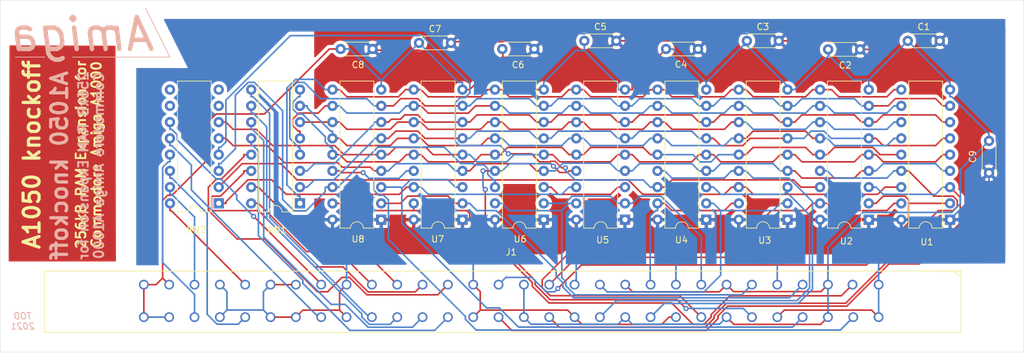
<source format=kicad_pcb>
(kicad_pcb (version 20171130) (host pcbnew "(5.1.10)-1")
  (layers (0 F.Cu signal) (31 B.Cu signal) (34 B.Paste user) (35 F.Paste user) (36 B.SilkS user) (37 F.SilkS user) (38 B.Mask user) (39 F.Mask user) (44 Edge.Cuts user))
  (net 0 "")
  (net 1 /GND)
  (net 2 /D15)
  (net 3 /D14)
  (net 4 /D12)
  (net 5 /D13)
  (net 6 /D11)
  (net 7 /D10)
  (net 8 /D8)
  (net 9 /D9)
  (net 10 /D7)
  (net 11 /D6)
  (net 12 /D4)
  (net 13 /D5)
  (net 14 /D3)
  (net 15 /D2)
  (net 16 /D0)
  (net 17 /D1)
  (net 18 /A4)
  (net 19 /A3)
  (net 20 /A5)
  (net 21 /A2)
  (net 22 /A6)
  (net 23 /A1)
  (net 24 /A7)
  (net 25 /A0)
  (net 26 /RAS*)
  (net 27 /RRW*)
  (net 28 /CASU0*)
  (net 29 /CASU1*)
  (net 30 /CASL0*)
  (net 31 /CASL1*)
  (net 32 /Vcc)
  (net 33 /A4R)
  (net 34 /CASL0R*)
  (net 35 /A5R)
  (net 36 /A6R)
  (net 37 /A0R)
  (net 38 /RASR*)
  (net 39 /A1R)
  (net 40 /RRWR*)
  (net 41 /A2R)
  (net 42 /A3R)
  (net 43 /A7R)
  (net 44 /CASL1R*)
  (net 45 /CASU0R*)
  (net 46 /CASU1R*)
  (net 47 "Net-(RN2-Pad8)")
  (net 48 "Net-(RN2-Pad7)")
  (net 49 "Net-(RN2-Pad10)")
  (net 50 "Net-(RN2-Pad9)")
  (module footprints:Connector_horizontal_amiga1.04_GREEN (layer F.Cu) (at 174.879 137.541)
    (fp_text reference J1 (at 0 -10.16) (layer F.SilkS))
    (fp_text value Conn_Amiga1000_ramex_02x30_number_side_letter_side)
    (pad B thru_hole circle (at 53.46 0) (size 1.524 1.524) (drill 1.04) (layers *.Cu *.Mask) (net 3 /D14))
    (pad X thru_hole circle (at -17.82 0) (size 1.524 1.524) (drill 1.04) (layers *.Cu *.Mask) (net 23 /A1))
    (pad S thru_hole circle (at 1.98 0) (size 1.524 1.524) (drill 1.04) (layers *.Cu *.Mask) (net 32 /Vcc))
    (pad P thru_hole circle (at 9.9 0) (size 1.524 1.524) (drill 1.04) (layers *.Cu *.Mask) (net 1 /GND))
    (pad A thru_hole circle (at 57.42 0) (size 1.524 1.524) (drill 1.04) (layers *.Cu *.Mask) (net 1 /GND))
    (pad FF thru_hole circle (at -49.5 0) (size 1.524 1.524) (drill 1.04) (layers *.Cu *.Mask) (net 31 /CASL1*))
    (pad L thru_hole circle (at 21.78 0) (size 1.524 1.524) (drill 1.04) (layers *.Cu *.Mask) (net 11 /D6))
    (pad DD thru_hole circle (at -41.58 0) (size 1.524 1.524) (drill 1.04) (layers *.Cu *.Mask) (net 29 /CASU1*))
    (pad R thru_hole circle (at 5.94 0) (size 1.524 1.524) (drill 1.04) (layers *.Cu *.Mask) (net 15 /D2))
    (pad M thru_hole circle (at 17.82 0) (size 1.524 1.524) (drill 1.04) (layers *.Cu *.Mask) (net 32 /Vcc))
    (pad N thru_hole circle (at 13.86 0) (size 1.524 1.524) (drill 1.04) (layers *.Cu *.Mask) (net 13 /D5))
    (pad EE thru_hole circle (at -45.54 0) (size 1.524 1.524) (drill 1.04) (layers *.Cu *.Mask) (net 1 /GND))
    (pad K thru_hole oval (at 25.74 0) (size 1.524 1.524) (drill 1.04) (layers *.Cu *.Mask) (net 1 /GND))
    (pad E thru_hole circle (at 41.58 0) (size 1.524 1.524) (drill 1.04) (layers *.Cu *.Mask) (net 1 /GND))
    (pad HH thru_hole circle (at -53.46 0) (size 1.524 1.524) (drill 1.04) (layers *.Cu *.Mask) (net 32 /Vcc))
    (pad W thru_hole circle (at -13.86 0) (size 1.524 1.524) (drill 1.04) (layers *.Cu *.Mask) (net 21 /A2))
    (pad JJ thru_hole circle (at -57.42 0) (size 1.524 1.524) (drill 1.04) (layers *.Cu *.Mask) (net 32 /Vcc))
    (pad CC thru_hole circle (at -37.62 0) (size 1.524 1.524) (drill 1.04) (layers *.Cu *.Mask) (net 1 /GND))
    (pad BB thru_hole circle (at -33.66 0) (size 1.524 1.524) (drill 1.04) (layers *.Cu *.Mask) (net 1 /GND))
    (pad J thru_hole circle (at 29.7 0) (size 1.524 1.524) (drill 1.04) (layers *.Cu *.Mask) (net 9 /D9))
    (pad D thru_hole circle (at 45.54 0) (size 1.524 1.524) (drill 1.04) (layers *.Cu *.Mask) (net 5 /D13))
    (pad F thru_hole circle (at 37.62 0) (size 1.524 1.524) (drill 1.04) (layers *.Cu *.Mask) (net 7 /D10))
    (pad H thru_hole circle (at 33.66 0) (size 1.524 1.524) (drill 1.04) (layers *.Cu *.Mask) (net 32 /Vcc))
    (pad C thru_hole circle (at 49.5 0) (size 1.524 1.524) (drill 1.04) (layers *.Cu *.Mask) (net 32 /Vcc))
    (pad V thru_hole circle (at -9.9 0) (size 1.524 1.524) (drill 1.04) (layers *.Cu *.Mask) (net 19 /A3))
    (pad T thru_hole circle (at -1.98 0) (size 1.524 1.524) (drill 1.04) (layers *.Cu *.Mask) (net 17 /D1))
    (pad U thru_hole circle (at -5.94 0) (size 1.524 1.524) (drill 1.04) (layers *.Cu *.Mask) (net 1 /GND))
    (pad AA thru_hole circle (at -29.7 0) (size 1.524 1.524) (drill 1.04) (layers *.Cu *.Mask) (net 27 /RRW*))
    (pad Y thru_hole circle (at -21.78 0) (size 1.524 1.524) (drill 1.04) (layers *.Cu *.Mask) (net 25 /A0))
    (pad Z thru_hole circle (at -25.74 0) (size 1.524 1.524) (drill 1.04) (layers *.Cu *.Mask) (net 1 /GND))
    (pad 22 thru_hole circle (at -25.74 -5.08) (size 1.524 1.524) (drill 1.04) (layers *.Cu *.Mask) (net 1 /GND))
    (pad 21 thru_hole circle (at -21.78 -5.08) (size 1.524 1.524) (drill 1.04) (layers *.Cu *.Mask) (net 24 /A7))
    (pad 23 thru_hole circle (at -29.7 -5.08) (size 1.524 1.524) (drill 1.04) (layers *.Cu *.Mask) (net 26 /RAS*))
    (pad 24 thru_hole circle (at -33.66 -5.08) (size 1.524 1.524) (drill 1.04) (layers *.Cu *.Mask) (net 1 /GND))
    (pad 25 thru_hole circle (at -37.62 -5.08) (size 1.524 1.524) (drill 1.04) (layers *.Cu *.Mask) (net 1 /GND))
    (pad 30 thru_hole circle (at -57.42 -5.08) (size 1.524 1.524) (drill 1.04) (layers *.Cu *.Mask) (net 32 /Vcc))
    (pad 29 thru_hole circle (at -53.46 -5.08) (size 1.524 1.524) (drill 1.04) (layers *.Cu *.Mask) (net 32 /Vcc))
    (pad 27 thru_hole circle (at -45.54 -5.08) (size 1.524 1.524) (drill 1.04) (layers *.Cu *.Mask) (net 1 /GND))
    (pad 26 thru_hole circle (at -41.58 -5.08) (size 1.524 1.524) (drill 1.04) (layers *.Cu *.Mask) (net 28 /CASU0*))
    (pad 28 thru_hole circle (at -49.5 -5.08) (size 1.524 1.524) (drill 1.04) (layers *.Cu *.Mask) (net 30 /CASL0*))
    (pad 12 thru_hole circle (at 13.86 -5.08) (size 1.524 1.524) (drill 1.04) (layers *.Cu *.Mask) (net 12 /D4))
    (pad 11 thru_hole circle (at 17.82 -5.08) (size 1.524 1.524) (drill 1.04) (layers *.Cu *.Mask) (net 32 /Vcc))
    (pad 13 thru_hole circle (at 9.9 -5.08) (size 1.524 1.524) (drill 1.04) (layers *.Cu *.Mask) (net 1 /GND))
    (pad 14 thru_hole circle (at 5.94 -5.08) (size 1.524 1.524) (drill 1.04) (layers *.Cu *.Mask) (net 14 /D3))
    (pad 15 thru_hole circle (at 1.98 -5.08) (size 1.524 1.524) (drill 1.04) (layers *.Cu *.Mask) (net 32 /Vcc))
    (pad 20 thru_hole circle (at -17.82 -5.08) (size 1.524 1.524) (drill 1.04) (layers *.Cu *.Mask) (net 22 /A6))
    (pad 19 thru_hole circle (at -13.86 -5.08) (size 1.524 1.524) (drill 1.04) (layers *.Cu *.Mask) (net 20 /A5))
    (pad 17 thru_hole circle (at -5.94 -5.08) (size 1.524 1.524) (drill 1.04) (layers *.Cu *.Mask) (net 1 /GND))
    (pad 16 thru_hole circle (at -1.98 -5.08) (size 1.524 1.524) (drill 1.04) (layers *.Cu *.Mask) (net 16 /D0))
    (pad 18 thru_hole circle (at -9.9 -5.08) (size 1.524 1.524) (drill 1.04) (layers *.Cu *.Mask) (net 18 /A4))
    (pad 7 thru_hole circle (at 33.66 -5.08) (size 1.524 1.524) (drill 1.04) (layers *.Cu *.Mask) (net 32 /Vcc))
    (pad 6 thru_hole circle (at 37.62 -5.08) (size 1.524 1.524) (drill 1.04) (layers *.Cu *.Mask) (net 6 /D11))
    (pad 8 thru_hole circle (at 29.7 -5.08) (size 1.524 1.524) (drill 1.04) (layers *.Cu *.Mask) (net 8 /D8))
    (pad 9 thru_hole circle (at 25.74 -5.08) (size 1.524 1.524) (drill 1.04) (layers *.Cu *.Mask) (net 1 /GND))
    (pad 10 thru_hole circle (at 21.78 -5.08) (size 1.524 1.524) (drill 1.04) (layers *.Cu *.Mask) (net 10 /D7))
    (pad 5 thru_hole circle (at 41.58 -5.08) (size 1.524 1.524) (drill 1.04) (layers *.Cu *.Mask) (net 1 /GND))
    (pad 4 thru_hole circle (at 45.54 -5.08) (size 1.524 1.524) (drill 1.04) (layers *.Cu *.Mask) (net 4 /D12))
    (pad 3 thru_hole circle (at 49.5 -5.08) (size 1.524 1.524) (drill 1.04) (layers *.Cu *.Mask) (net 32 /Vcc))
    (pad 1 thru_hole circle (at 57.42 -5.08) (size 1.524 1.524) (drill 1.04) (layers *.Cu *.Mask) (net 1 /GND))
    (pad 2 thru_hole circle (at 53.34 -5.08) (size 1.524 1.524) (drill 1.04) (layers *.Cu *.Mask) (net 2 /D15))
  )
  (module Capacitor_THT:C_Disc_D4.3mm_W1.9mm_P5.00mm (layer F.Cu) (at 249.555 109.998 270)
    (fp_text reference C9 (at 2.46 2.54 90) (layer F.SilkS))
    (fp_text value 10uF)
    (pad 2 thru_hole circle (at 5 0 270) (size 1.6 1.6) (drill 0.8) (layers *.Cu *.Mask) (net 1 /GND))
    (pad 1 thru_hole circle (at 0 0 270) (size 1.6 1.6) (drill 0.8) (layers *.Cu *.Mask) (net 32 /Vcc))
  )
  (module Capacitor_THT:C_Disc_D4.3mm_W1.9mm_P5.00mm (layer F.Cu) (at 148.209 95.631)
    (fp_text reference C8 (at 2.7305 2.4765) (layer F.SilkS))
    (fp_text value 220nf)
    (pad 2 thru_hole circle (at 5 0) (size 1.6 1.6) (drill 0.8) (layers *.Cu *.Mask) (net 1 /GND))
    (pad 1 thru_hole circle (at 0 0) (size 1.6 1.6) (drill 0.8) (layers *.Cu *.Mask) (net 32 /Vcc))
  )
  (module Capacitor_THT:C_Disc_D4.3mm_W1.9mm_P5.00mm (layer F.Cu) (at 160.464 94.6785)
    (fp_text reference C7 (at 2.5 -2.2) (layer F.SilkS))
    (fp_text value 220nf)
    (pad 2 thru_hole circle (at 5 0) (size 1.6 1.6) (drill 0.8) (layers *.Cu *.Mask) (net 1 /GND))
    (pad 1 thru_hole circle (at 0 0) (size 1.6 1.6) (drill 0.8) (layers *.Cu *.Mask) (net 32 /Vcc))
  )
  (module Capacitor_THT:C_Disc_D4.3mm_W1.9mm_P5.00mm (layer F.Cu) (at 173.482 95.631)
    (fp_text reference C6 (at 2.4765 2.4765) (layer F.SilkS))
    (fp_text value 220nf)
    (pad 2 thru_hole circle (at 5 0) (size 1.6 1.6) (drill 0.8) (layers *.Cu *.Mask) (net 1 /GND))
    (pad 1 thru_hole circle (at 0 0) (size 1.6 1.6) (drill 0.8) (layers *.Cu *.Mask) (net 32 /Vcc))
  )
  (module Capacitor_THT:C_Disc_D4.3mm_W1.9mm_P5.00mm (layer F.Cu) (at 186.309 94.361)
    (fp_text reference C5 (at 2.5 -2.2) (layer F.SilkS))
    (fp_text value 220nf)
    (pad 2 thru_hole circle (at 5 0) (size 1.6 1.6) (drill 0.8) (layers *.Cu *.Mask) (net 1 /GND))
    (pad 1 thru_hole circle (at 0 0) (size 1.6 1.6) (drill 0.8) (layers *.Cu *.Mask) (net 32 /Vcc))
  )
  (module Capacitor_THT:C_Disc_D4.3mm_W1.9mm_P5.00mm (layer F.Cu) (at 199.072 95.631)
    (fp_text reference C4 (at 2.3495 2.413) (layer F.SilkS))
    (fp_text value 220nf)
    (pad 2 thru_hole circle (at 5 0) (size 1.6 1.6) (drill 0.8) (layers *.Cu *.Mask) (net 1 /GND))
    (pad 1 thru_hole circle (at 0 0) (size 1.6 1.6) (drill 0.8) (layers *.Cu *.Mask) (net 32 /Vcc))
  )
  (module Capacitor_THT:C_Disc_D4.3mm_W1.9mm_P5.00mm (layer F.Cu) (at 211.709 94.361)
    (fp_text reference C3 (at 2.5 -2.2) (layer F.SilkS))
    (fp_text value 220nf)
    (pad 2 thru_hole circle (at 5 0) (size 1.6 1.6) (drill 0.8) (layers *.Cu *.Mask) (net 1 /GND))
    (pad 1 thru_hole circle (at 0 0) (size 1.6 1.6) (drill 0.8) (layers *.Cu *.Mask) (net 32 /Vcc))
  )
  (module Capacitor_THT:C_Disc_D4.3mm_W1.9mm_P5.00mm (layer F.Cu) (at 224.409 95.6945)
    (fp_text reference C2 (at 2.667 2.4765) (layer F.SilkS))
    (fp_text value 220nf)
    (pad 2 thru_hole circle (at 5 0) (size 1.6 1.6) (drill 0.8) (layers *.Cu *.Mask) (net 1 /GND))
    (pad 1 thru_hole circle (at 0 0) (size 1.6 1.6) (drill 0.8) (layers *.Cu *.Mask) (net 32 /Vcc))
  )
  (module Capacitor_THT:C_Disc_D4.3mm_W1.9mm_P5.00mm (layer F.Cu) (at 236.855 94.361)
    (fp_text reference C1 (at 2.5 -2.2) (layer F.SilkS))
    (fp_text value 220nf)
    (pad 2 thru_hole circle (at 5 0) (size 1.6 1.6) (drill 0.8) (layers *.Cu *.Mask) (net 1 /GND))
    (pad 1 thru_hole circle (at 0 0) (size 1.6 1.6) (drill 0.8) (layers *.Cu *.Mask) (net 32 /Vcc))
  )
  (module MountingHole:MountingHole_3.5mm (layer F.Cu) (at 241.2365 135.001)
    (fp_text reference H2 hide)
    (fp_text value MountingHole)
    (pad 1 np_thru_hole circle (at 0 0) (size 3.5 3.5) (drill 3.5) (layers *.Cu *.Mask))
  )
  (module MountingHole:MountingHole_3.5mm (layer F.Cu) (at 107.569 135.001)
    (fp_text reference H1 hide)
    (fp_text value MountingHole)
    (pad 1 np_thru_hole circle (at 0 0) (size 3.5 3.5) (drill 3.5) (layers *.Cu *.Mask))
  )
  (module Package_DIP:DIP-18_W7.62mm (layer F.Cu) (at 154.559 122.301 180)
    (fp_text reference U8 (at 3.6195 -3.048) (layer F.SilkS))
    (fp_text value HM50464)
    (pad 18 thru_hole oval (at 7.62 0 180) (size 1.6 1.6) (drill 0.8) (layers *.Cu *.Mask) (net 1 /GND))
    (pad 9 thru_hole oval (at 0 20.32 180) (size 1.6 1.6) (drill 0.8) (layers *.Cu *.Mask) (net 32 /Vcc))
    (pad 17 thru_hole oval (at 7.62 2.54 180) (size 1.6 1.6) (drill 0.8) (layers *.Cu *.Mask) (net 2 /D15))
    (pad 8 thru_hole oval (at 0 17.78 180) (size 1.6 1.6) (drill 0.8) (layers *.Cu *.Mask) (net 33 /A4R))
    (pad 16 thru_hole oval (at 7.62 5.08 180) (size 1.6 1.6) (drill 0.8) (layers *.Cu *.Mask) (net 46 /CASU1R*))
    (pad 7 thru_hole oval (at 0 15.24 180) (size 1.6 1.6) (drill 0.8) (layers *.Cu *.Mask) (net 35 /A5R))
    (pad 15 thru_hole oval (at 7.62 7.62 180) (size 1.6 1.6) (drill 0.8) (layers *.Cu *.Mask) (net 3 /D14))
    (pad 6 thru_hole oval (at 0 12.7 180) (size 1.6 1.6) (drill 0.8) (layers *.Cu *.Mask) (net 36 /A6R))
    (pad 14 thru_hole oval (at 7.62 10.16 180) (size 1.6 1.6) (drill 0.8) (layers *.Cu *.Mask) (net 37 /A0R))
    (pad 5 thru_hole oval (at 0 10.16 180) (size 1.6 1.6) (drill 0.8) (layers *.Cu *.Mask) (net 38 /RASR*))
    (pad 13 thru_hole oval (at 7.62 12.7 180) (size 1.6 1.6) (drill 0.8) (layers *.Cu *.Mask) (net 39 /A1R))
    (pad 4 thru_hole oval (at 0 7.62 180) (size 1.6 1.6) (drill 0.8) (layers *.Cu *.Mask) (net 40 /RRWR*))
    (pad 12 thru_hole oval (at 7.62 15.24 180) (size 1.6 1.6) (drill 0.8) (layers *.Cu *.Mask) (net 41 /A2R))
    (pad 3 thru_hole oval (at 0 5.08 180) (size 1.6 1.6) (drill 0.8) (layers *.Cu *.Mask) (net 5 /D13))
    (pad 11 thru_hole oval (at 7.62 17.78 180) (size 1.6 1.6) (drill 0.8) (layers *.Cu *.Mask) (net 42 /A3R))
    (pad 2 thru_hole oval (at 0 2.54 180) (size 1.6 1.6) (drill 0.8) (layers *.Cu *.Mask) (net 4 /D12))
    (pad 10 thru_hole oval (at 7.62 20.32 180) (size 1.6 1.6) (drill 0.8) (layers *.Cu *.Mask) (net 43 /A7R))
    (pad 1 thru_hole rect (at 0 0 180) (size 1.6 1.6) (drill 0.8) (layers *.Cu *.Mask) (net 1 /GND))
  )
  (module Package_DIP:DIP-18_W7.62mm (layer F.Cu) (at 167.259 122.301 180)
    (fp_text reference U7 (at 3.8735 -3.048) (layer F.SilkS))
    (fp_text value HM50464)
    (pad 18 thru_hole oval (at 7.62 0 180) (size 1.6 1.6) (drill 0.8) (layers *.Cu *.Mask) (net 1 /GND))
    (pad 9 thru_hole oval (at 0 20.32 180) (size 1.6 1.6) (drill 0.8) (layers *.Cu *.Mask) (net 32 /Vcc))
    (pad 17 thru_hole oval (at 7.62 2.54 180) (size 1.6 1.6) (drill 0.8) (layers *.Cu *.Mask) (net 2 /D15))
    (pad 8 thru_hole oval (at 0 17.78 180) (size 1.6 1.6) (drill 0.8) (layers *.Cu *.Mask) (net 33 /A4R))
    (pad 16 thru_hole oval (at 7.62 5.08 180) (size 1.6 1.6) (drill 0.8) (layers *.Cu *.Mask) (net 45 /CASU0R*))
    (pad 7 thru_hole oval (at 0 15.24 180) (size 1.6 1.6) (drill 0.8) (layers *.Cu *.Mask) (net 35 /A5R))
    (pad 15 thru_hole oval (at 7.62 7.62 180) (size 1.6 1.6) (drill 0.8) (layers *.Cu *.Mask) (net 3 /D14))
    (pad 6 thru_hole oval (at 0 12.7 180) (size 1.6 1.6) (drill 0.8) (layers *.Cu *.Mask) (net 36 /A6R))
    (pad 14 thru_hole oval (at 7.62 10.16 180) (size 1.6 1.6) (drill 0.8) (layers *.Cu *.Mask) (net 37 /A0R))
    (pad 5 thru_hole oval (at 0 10.16 180) (size 1.6 1.6) (drill 0.8) (layers *.Cu *.Mask) (net 38 /RASR*))
    (pad 13 thru_hole oval (at 7.62 12.7 180) (size 1.6 1.6) (drill 0.8) (layers *.Cu *.Mask) (net 39 /A1R))
    (pad 4 thru_hole oval (at 0 7.62 180) (size 1.6 1.6) (drill 0.8) (layers *.Cu *.Mask) (net 40 /RRWR*))
    (pad 12 thru_hole oval (at 7.62 15.24 180) (size 1.6 1.6) (drill 0.8) (layers *.Cu *.Mask) (net 41 /A2R))
    (pad 3 thru_hole oval (at 0 5.08 180) (size 1.6 1.6) (drill 0.8) (layers *.Cu *.Mask) (net 5 /D13))
    (pad 11 thru_hole oval (at 7.62 17.78 180) (size 1.6 1.6) (drill 0.8) (layers *.Cu *.Mask) (net 42 /A3R))
    (pad 2 thru_hole oval (at 0 2.54 180) (size 1.6 1.6) (drill 0.8) (layers *.Cu *.Mask) (net 4 /D12))
    (pad 10 thru_hole oval (at 7.62 20.32 180) (size 1.6 1.6) (drill 0.8) (layers *.Cu *.Mask) (net 43 /A7R))
    (pad 1 thru_hole rect (at 0 0 180) (size 1.6 1.6) (drill 0.8) (layers *.Cu *.Mask) (net 1 /GND))
  )
  (module Package_DIP:DIP-18_W7.62mm (layer F.Cu) (at 179.959 122.301 180)
    (fp_text reference U6 (at 3.683 -3.048) (layer F.SilkS))
    (fp_text value HM50464)
    (pad 18 thru_hole oval (at 7.62 0 180) (size 1.6 1.6) (drill 0.8) (layers *.Cu *.Mask) (net 1 /GND))
    (pad 9 thru_hole oval (at 0 20.32 180) (size 1.6 1.6) (drill 0.8) (layers *.Cu *.Mask) (net 32 /Vcc))
    (pad 17 thru_hole oval (at 7.62 2.54 180) (size 1.6 1.6) (drill 0.8) (layers *.Cu *.Mask) (net 6 /D11))
    (pad 8 thru_hole oval (at 0 17.78 180) (size 1.6 1.6) (drill 0.8) (layers *.Cu *.Mask) (net 33 /A4R))
    (pad 16 thru_hole oval (at 7.62 5.08 180) (size 1.6 1.6) (drill 0.8) (layers *.Cu *.Mask) (net 46 /CASU1R*))
    (pad 7 thru_hole oval (at 0 15.24 180) (size 1.6 1.6) (drill 0.8) (layers *.Cu *.Mask) (net 35 /A5R))
    (pad 15 thru_hole oval (at 7.62 7.62 180) (size 1.6 1.6) (drill 0.8) (layers *.Cu *.Mask) (net 7 /D10))
    (pad 6 thru_hole oval (at 0 12.7 180) (size 1.6 1.6) (drill 0.8) (layers *.Cu *.Mask) (net 36 /A6R))
    (pad 14 thru_hole oval (at 7.62 10.16 180) (size 1.6 1.6) (drill 0.8) (layers *.Cu *.Mask) (net 37 /A0R))
    (pad 5 thru_hole oval (at 0 10.16 180) (size 1.6 1.6) (drill 0.8) (layers *.Cu *.Mask) (net 38 /RASR*))
    (pad 13 thru_hole oval (at 7.62 12.7 180) (size 1.6 1.6) (drill 0.8) (layers *.Cu *.Mask) (net 39 /A1R))
    (pad 4 thru_hole oval (at 0 7.62 180) (size 1.6 1.6) (drill 0.8) (layers *.Cu *.Mask) (net 40 /RRWR*))
    (pad 12 thru_hole oval (at 7.62 15.24 180) (size 1.6 1.6) (drill 0.8) (layers *.Cu *.Mask) (net 41 /A2R))
    (pad 3 thru_hole oval (at 0 5.08 180) (size 1.6 1.6) (drill 0.8) (layers *.Cu *.Mask) (net 9 /D9))
    (pad 11 thru_hole oval (at 7.62 17.78 180) (size 1.6 1.6) (drill 0.8) (layers *.Cu *.Mask) (net 42 /A3R))
    (pad 2 thru_hole oval (at 0 2.54 180) (size 1.6 1.6) (drill 0.8) (layers *.Cu *.Mask) (net 8 /D8))
    (pad 10 thru_hole oval (at 7.62 20.32 180) (size 1.6 1.6) (drill 0.8) (layers *.Cu *.Mask) (net 43 /A7R))
    (pad 1 thru_hole rect (at 0 0 180) (size 1.6 1.6) (drill 0.8) (layers *.Cu *.Mask) (net 1 /GND))
  )
  (module Package_DIP:DIP-18_W7.62mm (layer F.Cu) (at 192.659 122.301 180)
    (fp_text reference U5 (at 3.4925 -3.175) (layer F.SilkS))
    (fp_text value HM50464)
    (pad 18 thru_hole oval (at 7.62 0 180) (size 1.6 1.6) (drill 0.8) (layers *.Cu *.Mask) (net 1 /GND))
    (pad 9 thru_hole oval (at 0 20.32 180) (size 1.6 1.6) (drill 0.8) (layers *.Cu *.Mask) (net 32 /Vcc))
    (pad 17 thru_hole oval (at 7.62 2.54 180) (size 1.6 1.6) (drill 0.8) (layers *.Cu *.Mask) (net 6 /D11))
    (pad 8 thru_hole oval (at 0 17.78 180) (size 1.6 1.6) (drill 0.8) (layers *.Cu *.Mask) (net 33 /A4R))
    (pad 16 thru_hole oval (at 7.62 5.08 180) (size 1.6 1.6) (drill 0.8) (layers *.Cu *.Mask) (net 45 /CASU0R*))
    (pad 7 thru_hole oval (at 0 15.24 180) (size 1.6 1.6) (drill 0.8) (layers *.Cu *.Mask) (net 35 /A5R))
    (pad 15 thru_hole oval (at 7.62 7.62 180) (size 1.6 1.6) (drill 0.8) (layers *.Cu *.Mask) (net 7 /D10))
    (pad 6 thru_hole oval (at 0 12.7 180) (size 1.6 1.6) (drill 0.8) (layers *.Cu *.Mask) (net 36 /A6R))
    (pad 14 thru_hole oval (at 7.62 10.16 180) (size 1.6 1.6) (drill 0.8) (layers *.Cu *.Mask) (net 37 /A0R))
    (pad 5 thru_hole oval (at 0 10.16 180) (size 1.6 1.6) (drill 0.8) (layers *.Cu *.Mask) (net 38 /RASR*))
    (pad 13 thru_hole oval (at 7.62 12.7 180) (size 1.6 1.6) (drill 0.8) (layers *.Cu *.Mask) (net 39 /A1R))
    (pad 4 thru_hole oval (at 0 7.62 180) (size 1.6 1.6) (drill 0.8) (layers *.Cu *.Mask) (net 40 /RRWR*))
    (pad 12 thru_hole oval (at 7.62 15.24 180) (size 1.6 1.6) (drill 0.8) (layers *.Cu *.Mask) (net 41 /A2R))
    (pad 3 thru_hole oval (at 0 5.08 180) (size 1.6 1.6) (drill 0.8) (layers *.Cu *.Mask) (net 9 /D9))
    (pad 11 thru_hole oval (at 7.62 17.78 180) (size 1.6 1.6) (drill 0.8) (layers *.Cu *.Mask) (net 42 /A3R))
    (pad 2 thru_hole oval (at 0 2.54 180) (size 1.6 1.6) (drill 0.8) (layers *.Cu *.Mask) (net 8 /D8))
    (pad 10 thru_hole oval (at 7.62 20.32 180) (size 1.6 1.6) (drill 0.8) (layers *.Cu *.Mask) (net 43 /A7R))
    (pad 1 thru_hole rect (at 0 0 180) (size 1.6 1.6) (drill 0.8) (layers *.Cu *.Mask) (net 1 /GND))
  )
  (module Package_DIP:DIP-18_W7.62mm (layer F.Cu) (at 205.359 122.301 180)
    (fp_text reference U4 (at 3.8735 -3.175) (layer F.SilkS))
    (fp_text value HM50464)
    (pad 18 thru_hole oval (at 7.62 0 180) (size 1.6 1.6) (drill 0.8) (layers *.Cu *.Mask) (net 1 /GND))
    (pad 9 thru_hole oval (at 0 20.32 180) (size 1.6 1.6) (drill 0.8) (layers *.Cu *.Mask) (net 32 /Vcc))
    (pad 17 thru_hole oval (at 7.62 2.54 180) (size 1.6 1.6) (drill 0.8) (layers *.Cu *.Mask) (net 10 /D7))
    (pad 8 thru_hole oval (at 0 17.78 180) (size 1.6 1.6) (drill 0.8) (layers *.Cu *.Mask) (net 33 /A4R))
    (pad 16 thru_hole oval (at 7.62 5.08 180) (size 1.6 1.6) (drill 0.8) (layers *.Cu *.Mask) (net 44 /CASL1R*))
    (pad 7 thru_hole oval (at 0 15.24 180) (size 1.6 1.6) (drill 0.8) (layers *.Cu *.Mask) (net 35 /A5R))
    (pad 15 thru_hole oval (at 7.62 7.62 180) (size 1.6 1.6) (drill 0.8) (layers *.Cu *.Mask) (net 11 /D6))
    (pad 6 thru_hole oval (at 0 12.7 180) (size 1.6 1.6) (drill 0.8) (layers *.Cu *.Mask) (net 36 /A6R))
    (pad 14 thru_hole oval (at 7.62 10.16 180) (size 1.6 1.6) (drill 0.8) (layers *.Cu *.Mask) (net 37 /A0R))
    (pad 5 thru_hole oval (at 0 10.16 180) (size 1.6 1.6) (drill 0.8) (layers *.Cu *.Mask) (net 38 /RASR*))
    (pad 13 thru_hole oval (at 7.62 12.7 180) (size 1.6 1.6) (drill 0.8) (layers *.Cu *.Mask) (net 39 /A1R))
    (pad 4 thru_hole oval (at 0 7.62 180) (size 1.6 1.6) (drill 0.8) (layers *.Cu *.Mask) (net 40 /RRWR*))
    (pad 12 thru_hole oval (at 7.62 15.24 180) (size 1.6 1.6) (drill 0.8) (layers *.Cu *.Mask) (net 41 /A2R))
    (pad 3 thru_hole oval (at 0 5.08 180) (size 1.6 1.6) (drill 0.8) (layers *.Cu *.Mask) (net 13 /D5))
    (pad 11 thru_hole oval (at 7.62 17.78 180) (size 1.6 1.6) (drill 0.8) (layers *.Cu *.Mask) (net 42 /A3R))
    (pad 2 thru_hole oval (at 0 2.54 180) (size 1.6 1.6) (drill 0.8) (layers *.Cu *.Mask) (net 12 /D4))
    (pad 10 thru_hole oval (at 7.62 20.32 180) (size 1.6 1.6) (drill 0.8) (layers *.Cu *.Mask) (net 43 /A7R))
    (pad 1 thru_hole rect (at 0 0 180) (size 1.6 1.6) (drill 0.8) (layers *.Cu *.Mask) (net 1 /GND))
  )
  (module Package_DIP:DIP-18_W7.62mm (layer F.Cu) (at 218.059 122.301 180)
    (fp_text reference U3 (at 3.556 -3.2385) (layer F.SilkS))
    (fp_text value HM50464)
    (pad 18 thru_hole oval (at 7.62 0 180) (size 1.6 1.6) (drill 0.8) (layers *.Cu *.Mask) (net 1 /GND))
    (pad 9 thru_hole oval (at 0 20.32 180) (size 1.6 1.6) (drill 0.8) (layers *.Cu *.Mask) (net 32 /Vcc))
    (pad 17 thru_hole oval (at 7.62 2.54 180) (size 1.6 1.6) (drill 0.8) (layers *.Cu *.Mask) (net 10 /D7))
    (pad 8 thru_hole oval (at 0 17.78 180) (size 1.6 1.6) (drill 0.8) (layers *.Cu *.Mask) (net 33 /A4R))
    (pad 16 thru_hole oval (at 7.62 5.08 180) (size 1.6 1.6) (drill 0.8) (layers *.Cu *.Mask) (net 34 /CASL0R*))
    (pad 7 thru_hole oval (at 0 15.24 180) (size 1.6 1.6) (drill 0.8) (layers *.Cu *.Mask) (net 35 /A5R))
    (pad 15 thru_hole oval (at 7.62 7.62 180) (size 1.6 1.6) (drill 0.8) (layers *.Cu *.Mask) (net 11 /D6))
    (pad 6 thru_hole oval (at 0 12.7 180) (size 1.6 1.6) (drill 0.8) (layers *.Cu *.Mask) (net 36 /A6R))
    (pad 14 thru_hole oval (at 7.62 10.16 180) (size 1.6 1.6) (drill 0.8) (layers *.Cu *.Mask) (net 37 /A0R))
    (pad 5 thru_hole oval (at 0 10.16 180) (size 1.6 1.6) (drill 0.8) (layers *.Cu *.Mask) (net 38 /RASR*))
    (pad 13 thru_hole oval (at 7.62 12.7 180) (size 1.6 1.6) (drill 0.8) (layers *.Cu *.Mask) (net 39 /A1R))
    (pad 4 thru_hole oval (at 0 7.62 180) (size 1.6 1.6) (drill 0.8) (layers *.Cu *.Mask) (net 40 /RRWR*))
    (pad 12 thru_hole oval (at 7.62 15.24 180) (size 1.6 1.6) (drill 0.8) (layers *.Cu *.Mask) (net 41 /A2R))
    (pad 3 thru_hole oval (at 0 5.08 180) (size 1.6 1.6) (drill 0.8) (layers *.Cu *.Mask) (net 13 /D5))
    (pad 11 thru_hole oval (at 7.62 17.78 180) (size 1.6 1.6) (drill 0.8) (layers *.Cu *.Mask) (net 42 /A3R))
    (pad 2 thru_hole oval (at 0 2.54 180) (size 1.6 1.6) (drill 0.8) (layers *.Cu *.Mask) (net 12 /D4))
    (pad 10 thru_hole oval (at 7.62 20.32 180) (size 1.6 1.6) (drill 0.8) (layers *.Cu *.Mask) (net 43 /A7R))
    (pad 1 thru_hole rect (at 0 0 180) (size 1.6 1.6) (drill 0.8) (layers *.Cu *.Mask) (net 1 /GND))
  )
  (module Package_DIP:DIP-18_W7.62mm (layer F.Cu) (at 230.759 122.301 180)
    (fp_text reference U2 (at 3.4925 -3.3655) (layer F.SilkS))
    (fp_text value HM50464)
    (pad 18 thru_hole oval (at 7.62 0 180) (size 1.6 1.6) (drill 0.8) (layers *.Cu *.Mask) (net 1 /GND))
    (pad 9 thru_hole oval (at 0 20.32 180) (size 1.6 1.6) (drill 0.8) (layers *.Cu *.Mask) (net 32 /Vcc))
    (pad 17 thru_hole oval (at 7.62 2.54 180) (size 1.6 1.6) (drill 0.8) (layers *.Cu *.Mask) (net 14 /D3))
    (pad 8 thru_hole oval (at 0 17.78 180) (size 1.6 1.6) (drill 0.8) (layers *.Cu *.Mask) (net 33 /A4R))
    (pad 16 thru_hole oval (at 7.62 5.08 180) (size 1.6 1.6) (drill 0.8) (layers *.Cu *.Mask) (net 44 /CASL1R*))
    (pad 7 thru_hole oval (at 0 15.24 180) (size 1.6 1.6) (drill 0.8) (layers *.Cu *.Mask) (net 35 /A5R))
    (pad 15 thru_hole oval (at 7.62 7.62 180) (size 1.6 1.6) (drill 0.8) (layers *.Cu *.Mask) (net 15 /D2))
    (pad 6 thru_hole oval (at 0 12.7 180) (size 1.6 1.6) (drill 0.8) (layers *.Cu *.Mask) (net 36 /A6R))
    (pad 14 thru_hole oval (at 7.62 10.16 180) (size 1.6 1.6) (drill 0.8) (layers *.Cu *.Mask) (net 37 /A0R))
    (pad 5 thru_hole oval (at 0 10.16 180) (size 1.6 1.6) (drill 0.8) (layers *.Cu *.Mask) (net 38 /RASR*))
    (pad 13 thru_hole oval (at 7.62 12.7 180) (size 1.6 1.6) (drill 0.8) (layers *.Cu *.Mask) (net 39 /A1R))
    (pad 4 thru_hole oval (at 0 7.62 180) (size 1.6 1.6) (drill 0.8) (layers *.Cu *.Mask) (net 40 /RRWR*))
    (pad 12 thru_hole oval (at 7.62 15.24 180) (size 1.6 1.6) (drill 0.8) (layers *.Cu *.Mask) (net 41 /A2R))
    (pad 3 thru_hole oval (at 0 5.08 180) (size 1.6 1.6) (drill 0.8) (layers *.Cu *.Mask) (net 17 /D1))
    (pad 11 thru_hole oval (at 7.62 17.78 180) (size 1.6 1.6) (drill 0.8) (layers *.Cu *.Mask) (net 42 /A3R))
    (pad 2 thru_hole oval (at 0 2.54 180) (size 1.6 1.6) (drill 0.8) (layers *.Cu *.Mask) (net 16 /D0))
    (pad 10 thru_hole oval (at 7.62 20.32 180) (size 1.6 1.6) (drill 0.8) (layers *.Cu *.Mask) (net 43 /A7R))
    (pad 1 thru_hole rect (at 0 0 180) (size 1.6 1.6) (drill 0.8) (layers *.Cu *.Mask) (net 1 /GND))
  )
  (module Package_DIP:DIP-18_W7.62mm (layer F.Cu) (at 243.459 122.301 180)
    (fp_text reference U1 (at 3.6195 -3.4925) (layer F.SilkS))
    (fp_text value HM50464)
    (pad 18 thru_hole oval (at 7.62 0 180) (size 1.6 1.6) (drill 0.8) (layers *.Cu *.Mask) (net 1 /GND))
    (pad 9 thru_hole oval (at 0 20.32 180) (size 1.6 1.6) (drill 0.8) (layers *.Cu *.Mask) (net 32 /Vcc))
    (pad 17 thru_hole oval (at 7.62 2.54 180) (size 1.6 1.6) (drill 0.8) (layers *.Cu *.Mask) (net 14 /D3))
    (pad 8 thru_hole oval (at 0 17.78 180) (size 1.6 1.6) (drill 0.8) (layers *.Cu *.Mask) (net 33 /A4R))
    (pad 16 thru_hole oval (at 7.62 5.08 180) (size 1.6 1.6) (drill 0.8) (layers *.Cu *.Mask) (net 34 /CASL0R*))
    (pad 7 thru_hole oval (at 0 15.24 180) (size 1.6 1.6) (drill 0.8) (layers *.Cu *.Mask) (net 35 /A5R))
    (pad 15 thru_hole oval (at 7.62 7.62 180) (size 1.6 1.6) (drill 0.8) (layers *.Cu *.Mask) (net 15 /D2))
    (pad 6 thru_hole oval (at 0 12.7 180) (size 1.6 1.6) (drill 0.8) (layers *.Cu *.Mask) (net 36 /A6R))
    (pad 14 thru_hole oval (at 7.62 10.16 180) (size 1.6 1.6) (drill 0.8) (layers *.Cu *.Mask) (net 37 /A0R))
    (pad 5 thru_hole oval (at 0 10.16 180) (size 1.6 1.6) (drill 0.8) (layers *.Cu *.Mask) (net 38 /RASR*))
    (pad 13 thru_hole oval (at 7.62 12.7 180) (size 1.6 1.6) (drill 0.8) (layers *.Cu *.Mask) (net 39 /A1R))
    (pad 4 thru_hole oval (at 0 7.62 180) (size 1.6 1.6) (drill 0.8) (layers *.Cu *.Mask) (net 40 /RRWR*))
    (pad 12 thru_hole oval (at 7.62 15.24 180) (size 1.6 1.6) (drill 0.8) (layers *.Cu *.Mask) (net 41 /A2R))
    (pad 3 thru_hole oval (at 0 5.08 180) (size 1.6 1.6) (drill 0.8) (layers *.Cu *.Mask) (net 17 /D1))
    (pad 11 thru_hole oval (at 7.62 17.78 180) (size 1.6 1.6) (drill 0.8) (layers *.Cu *.Mask) (net 42 /A3R))
    (pad 2 thru_hole oval (at 0 2.54 180) (size 1.6 1.6) (drill 0.8) (layers *.Cu *.Mask) (net 16 /D0))
    (pad 10 thru_hole oval (at 7.62 20.32 180) (size 1.6 1.6) (drill 0.8) (layers *.Cu *.Mask) (net 43 /A7R))
    (pad 1 thru_hole rect (at 0 0 180) (size 1.6 1.6) (drill 0.8) (layers *.Cu *.Mask) (net 1 /GND))
  )
  (module Package_DIP:DIP-16_W7.62mm (layer F.Cu) (at 129.159 119.761 180)
    (fp_text reference RN2 (at 3.4925 -4.1275) (layer F.SilkS))
    (fp_text value R_Pack08)
    (pad 16 thru_hole oval (at 7.62 0 180) (size 1.6 1.6) (drill 0.8) (layers *.Cu *.Mask) (net 28 /CASU0*))
    (pad 8 thru_hole oval (at 0 17.78 180) (size 1.6 1.6) (drill 0.8) (layers *.Cu *.Mask) (net 47 "Net-(RN2-Pad8)"))
    (pad 15 thru_hole oval (at 7.62 2.54 180) (size 1.6 1.6) (drill 0.8) (layers *.Cu *.Mask) (net 30 /CASL0*))
    (pad 7 thru_hole oval (at 0 15.24 180) (size 1.6 1.6) (drill 0.8) (layers *.Cu *.Mask) (net 48 "Net-(RN2-Pad7)"))
    (pad 14 thru_hole oval (at 7.62 5.08 180) (size 1.6 1.6) (drill 0.8) (layers *.Cu *.Mask) (net 29 /CASU1*))
    (pad 6 thru_hole oval (at 0 12.7 180) (size 1.6 1.6) (drill 0.8) (layers *.Cu *.Mask) (net 38 /RASR*))
    (pad 13 thru_hole oval (at 7.62 7.62 180) (size 1.6 1.6) (drill 0.8) (layers *.Cu *.Mask) (net 31 /CASL1*))
    (pad 5 thru_hole oval (at 0 10.16 180) (size 1.6 1.6) (drill 0.8) (layers *.Cu *.Mask) (net 40 /RRWR*))
    (pad 12 thru_hole oval (at 7.62 10.16 180) (size 1.6 1.6) (drill 0.8) (layers *.Cu *.Mask) (net 27 /RRW*))
    (pad 4 thru_hole oval (at 0 7.62 180) (size 1.6 1.6) (drill 0.8) (layers *.Cu *.Mask) (net 44 /CASL1R*))
    (pad 11 thru_hole oval (at 7.62 12.7 180) (size 1.6 1.6) (drill 0.8) (layers *.Cu *.Mask) (net 26 /RAS*))
    (pad 3 thru_hole oval (at 0 5.08 180) (size 1.6 1.6) (drill 0.8) (layers *.Cu *.Mask) (net 46 /CASU1R*))
    (pad 10 thru_hole oval (at 7.62 15.24 180) (size 1.6 1.6) (drill 0.8) (layers *.Cu *.Mask) (net 49 "Net-(RN2-Pad10)"))
    (pad 2 thru_hole oval (at 0 2.54 180) (size 1.6 1.6) (drill 0.8) (layers *.Cu *.Mask) (net 34 /CASL0R*))
    (pad 9 thru_hole oval (at 7.62 17.78 180) (size 1.6 1.6) (drill 0.8) (layers *.Cu *.Mask) (net 50 "Net-(RN2-Pad9)"))
    (pad 1 thru_hole rect (at 0 0 180) (size 1.6 1.6) (drill 0.8) (layers *.Cu *.Mask) (net 45 /CASU0R*))
  )
  (module Package_DIP:DIP-16_W7.62mm (layer F.Cu) (at 141.859 119.761 180)
    (fp_text reference RN1 (at 3.6195 -4.191) (layer F.SilkS))
    (fp_text value R_Pack08)
    (pad 16 thru_hole oval (at 7.62 0 180) (size 1.6 1.6) (drill 0.8) (layers *.Cu *.Mask) (net 24 /A7))
    (pad 8 thru_hole oval (at 0 17.78 180) (size 1.6 1.6) (drill 0.8) (layers *.Cu *.Mask) (net 37 /A0R))
    (pad 15 thru_hole oval (at 7.62 2.54 180) (size 1.6 1.6) (drill 0.8) (layers *.Cu *.Mask) (net 22 /A6))
    (pad 7 thru_hole oval (at 0 15.24 180) (size 1.6 1.6) (drill 0.8) (layers *.Cu *.Mask) (net 39 /A1R))
    (pad 14 thru_hole oval (at 7.62 5.08 180) (size 1.6 1.6) (drill 0.8) (layers *.Cu *.Mask) (net 20 /A5))
    (pad 6 thru_hole oval (at 0 12.7 180) (size 1.6 1.6) (drill 0.8) (layers *.Cu *.Mask) (net 41 /A2R))
    (pad 13 thru_hole oval (at 7.62 7.62 180) (size 1.6 1.6) (drill 0.8) (layers *.Cu *.Mask) (net 18 /A4))
    (pad 5 thru_hole oval (at 0 10.16 180) (size 1.6 1.6) (drill 0.8) (layers *.Cu *.Mask) (net 42 /A3R))
    (pad 12 thru_hole oval (at 7.62 10.16 180) (size 1.6 1.6) (drill 0.8) (layers *.Cu *.Mask) (net 19 /A3))
    (pad 4 thru_hole oval (at 0 7.62 180) (size 1.6 1.6) (drill 0.8) (layers *.Cu *.Mask) (net 33 /A4R))
    (pad 11 thru_hole oval (at 7.62 12.7 180) (size 1.6 1.6) (drill 0.8) (layers *.Cu *.Mask) (net 21 /A2))
    (pad 3 thru_hole oval (at 0 5.08 180) (size 1.6 1.6) (drill 0.8) (layers *.Cu *.Mask) (net 35 /A5R))
    (pad 10 thru_hole oval (at 7.62 15.24 180) (size 1.6 1.6) (drill 0.8) (layers *.Cu *.Mask) (net 23 /A1))
    (pad 2 thru_hole oval (at 0 2.54 180) (size 1.6 1.6) (drill 0.8) (layers *.Cu *.Mask) (net 36 /A6R))
    (pad 9 thru_hole oval (at 7.62 17.78 180) (size 1.6 1.6) (drill 0.8) (layers *.Cu *.Mask) (net 25 /A0))
    (pad 1 thru_hole rect (at 0 0 180) (size 1.6 1.6) (drill 0.8) (layers *.Cu *.Mask) (net 43 /A7R))
  )
  (gr_text "TOD\n2021" (at 98.552 138.176) (layer B.SilkS) (effects (font (size 1 1) (thickness 0.15) italic) (justify mirror)))
  (gr_line (start 101.981 96.901) (end 97.3455 96.901) (layer B.SilkS) (width 0.12))
  (gr_line (start 95 88) (end 255 88.011) (layer Edge.Cuts) (width 0.05))
  (gr_text Amiga (at 107.8865 93.345) (layer B.SilkS) (effects (font (size 5 5) (thickness 0.7) italic) (justify mirror)))
  (gr_line (start 121.539 96.901) (end 106.299 96.901) (layer B.SilkS) (width 0.12))
  (gr_line (start 117.729 89.281) (end 121.539 96.901) (layer B.SilkS) (width 0.12))
  (gr_text "A1050 knockoff" (at 99.949 112.141 90) (layer F.SilkS) (effects (font (size 2.5 2.5) (thickness 0.5))))
  (gr_text "256kB RAM Expansion for\nCommodore Amiga A1000" (at 108.839 112.141 90) (layer F.SilkS) (effects (font (size 1.5 1.5) (thickness 0.3))))
  (gr_text "256kB RAM Expansion for\nCommodore Amiga A1000" (at 109.22 113.8555 90) (layer B.SilkS) (effects (font (size 1.5 1.5) (thickness 0.3)) (justify mirror)))
  (gr_text "A1050 knockoff" (at 104.267 113.8555 90) (layer B.SilkS) (effects (font (size 2.5 2.5) (thickness 0.5)) (justify mirror)))
  (gr_line (start 255 88.011) (end 255 143) (layer Edge.Cuts) (width 0.05))
  (gr_line (start 95 143) (end 255 143) (layer Edge.Cuts) (width 0.05))
  (gr_line (start 95 88) (end 95 143) (layer Edge.Cuts) (width 0.05))
  (segment (start 197.739 122.301) (end 197.739 123.4263) (width 0.25) (layer B.Cu) (net 1))
  (segment (start 197.739 123.4263) (end 200.619 126.3063) (width 0.25) (layer B.Cu) (net 1))
  (segment (start 200.619 126.3063) (end 200.619 132.461) (width 0.25) (layer B.Cu) (net 1))
  (segment (start 223.139 122.301) (end 218.059 122.301) (width 0.25) (layer F.Cu) (net 1))
  (segment (start 230.759 122.301) (end 223.139 122.301) (width 0.25) (layer F.Cu) (net 1))
  (segment (start 200.619 137.541) (end 199.5317 137.541) (width 0.25) (layer F.Cu) (net 1))
  (segment (start 199.5317 137.541) (end 198.3981 138.6746) (width 0.25) (layer F.Cu) (net 1))
  (segment (start 198.3981 138.6746) (end 185.9126 138.6746) (width 0.25) (layer F.Cu) (net 1))
  (segment (start 185.9126 138.6746) (end 184.779 137.541) (width 0.25) (layer F.Cu) (net 1))
  (segment (start 170.0371 136.4429) (end 183.6809 136.4429) (width 0.25) (layer F.Cu) (net 1))
  (segment (start 183.6809 136.4429) (end 184.779 137.541) (width 0.25) (layer F.Cu) (net 1))
  (segment (start 165.464 94.6785) (end 164.3233 95.8192) (width 0.25) (layer F.Cu) (net 1))
  (segment (start 164.3233 95.8192) (end 153.3972 95.8192) (width 0.25) (layer F.Cu) (net 1))
  (segment (start 153.3972 95.8192) (end 153.209 95.631) (width 0.25) (layer F.Cu) (net 1))
  (segment (start 178.482 95.631) (end 177.3442 94.4932) (width 0.25) (layer F.Cu) (net 1))
  (segment (start 177.3442 94.4932) (end 165.6493 94.4932) (width 0.25) (layer F.Cu) (net 1))
  (segment (start 165.6493 94.4932) (end 165.464 94.6785) (width 0.25) (layer F.Cu) (net 1))
  (segment (start 192.659 122.301) (end 185.039 122.301) (width 0.25) (layer B.Cu) (net 1))
  (segment (start 210.439 122.301) (end 205.359 122.301) (width 0.25) (layer F.Cu) (net 1))
  (segment (start 232.299 137.541) (end 231.2015 136.4435) (width 0.25) (layer F.Cu) (net 1))
  (segment (start 231.2015 136.4435) (end 217.5565 136.4435) (width 0.25) (layer F.Cu) (net 1))
  (segment (start 217.5565 136.4435) (end 216.459 137.541) (width 0.25) (layer F.Cu) (net 1))
  (segment (start 179.959 122.301) (end 178.8337 122.301) (width 0.25) (layer F.Cu) (net 1))
  (segment (start 178.8337 122.301) (end 173.4643 122.301) (width 0.25) (layer F.Cu) (net 1))
  (segment (start 185.039 122.301) (end 179.959 122.301) (width 0.25) (layer F.Cu) (net 1))
  (segment (start 172.339 122.301) (end 173.4643 122.301) (width 0.25) (layer F.Cu) (net 1))
  (segment (start 168.939 137.541) (end 170.0371 136.4429) (width 0.25) (layer F.Cu) (net 1))
  (segment (start 168.939 132.461) (end 170.0371 133.5591) (width 0.25) (layer F.Cu) (net 1))
  (segment (start 170.0371 133.5591) (end 170.0371 136.4429) (width 0.25) (layer F.Cu) (net 1))
  (segment (start 191.309 94.361) (end 190.1823 93.2343) (width 0.25) (layer B.Cu) (net 1))
  (segment (start 190.1823 93.2343) (end 180.8787 93.2343) (width 0.25) (layer B.Cu) (net 1))
  (segment (start 180.8787 93.2343) (end 178.482 95.631) (width 0.25) (layer B.Cu) (net 1))
  (segment (start 168.939 122.301) (end 167.259 122.301) (width 0.25) (layer B.Cu) (net 1))
  (segment (start 172.339 122.301) (end 168.939 122.301) (width 0.25) (layer B.Cu) (net 1))
  (segment (start 168.939 122.301) (end 168.939 132.461) (width 0.25) (layer B.Cu) (net 1))
  (segment (start 167.259 122.301) (end 160.7643 122.301) (width 0.25) (layer F.Cu) (net 1))
  (segment (start 136.1477 136.4297) (end 137.259 137.541) (width 0.25) (layer B.Cu) (net 1))
  (segment (start 130.4503 136.4297) (end 136.1477 136.4297) (width 0.25) (layer B.Cu) (net 1))
  (segment (start 136.1477 136.4297) (end 136.1477 133.5723) (width 0.25) (layer B.Cu) (net 1))
  (segment (start 136.1477 133.5723) (end 137.259 132.461) (width 0.25) (layer B.Cu) (net 1))
  (segment (start 148.0516 136.4536) (end 148.0516 133.5484) (width 0.25) (layer F.Cu) (net 1))
  (segment (start 148.0516 133.5484) (end 149.139 132.461) (width 0.25) (layer F.Cu) (net 1))
  (segment (start 149.139 137.541) (end 148.0516 136.4536) (width 0.25) (layer F.Cu) (net 1))
  (segment (start 148.0516 136.4536) (end 142.3064 136.4536) (width 0.25) (layer F.Cu) (net 1))
  (segment (start 142.3064 136.4536) (end 141.219 137.541) (width 0.25) (layer F.Cu) (net 1))
  (segment (start 130.4503 136.4297) (end 129.339 137.541) (width 0.25) (layer B.Cu) (net 1))
  (segment (start 129.339 132.461) (end 130.4503 133.5723) (width 0.25) (layer B.Cu) (net 1))
  (segment (start 130.4503 133.5723) (end 130.4503 136.4297) (width 0.25) (layer B.Cu) (net 1))
  (segment (start 236.9643 122.301) (end 243.459 122.301) (width 0.25) (layer B.Cu) (net 1))
  (segment (start 243.459 122.301) (end 249.555 116.205) (width 0.25) (layer B.Cu) (net 1))
  (segment (start 249.555 116.205) (end 249.555 114.998) (width 0.25) (layer B.Cu) (net 1))
  (segment (start 235.839 122.301) (end 230.759 122.301) (width 0.25) (layer F.Cu) (net 1))
  (segment (start 216.709 94.361) (end 215.5823 93.2343) (width 0.25) (layer B.Cu) (net 1))
  (segment (start 215.5823 93.2343) (end 206.4687 93.2343) (width 0.25) (layer B.Cu) (net 1))
  (segment (start 206.4687 93.2343) (end 204.072 95.631) (width 0.25) (layer B.Cu) (net 1))
  (segment (start 141.219 137.541) (end 137.259 137.541) (width 0.25) (layer F.Cu) (net 1))
  (segment (start 235.839 122.301) (end 236.9643 122.301) (width 0.25) (layer B.Cu) (net 1))
  (segment (start 241.855 94.361) (end 240.5215 95.6945) (width 0.25) (layer F.Cu) (net 1))
  (segment (start 240.5215 95.6945) (end 229.409 95.6945) (width 0.25) (layer F.Cu) (net 1))
  (segment (start 216.459 124.2263) (end 213.4896 124.2263) (width 0.25) (layer B.Cu) (net 1))
  (segment (start 213.4896 124.2263) (end 211.5643 122.301) (width 0.25) (layer B.Cu) (net 1))
  (segment (start 218.059 123.4263) (end 217.259 124.2263) (width 0.25) (layer B.Cu) (net 1))
  (segment (start 217.259 124.2263) (end 216.459 124.2263) (width 0.25) (layer B.Cu) (net 1))
  (segment (start 216.459 124.2263) (end 216.459 132.461) (width 0.25) (layer B.Cu) (net 1))
  (segment (start 210.439 122.301) (end 211.5643 122.301) (width 0.25) (layer B.Cu) (net 1))
  (segment (start 205.359 122.301) (end 198.8643 122.301) (width 0.25) (layer F.Cu) (net 1))
  (segment (start 197.739 122.301) (end 198.8643 122.301) (width 0.25) (layer F.Cu) (net 1))
  (segment (start 149.139 125.6263) (end 149.139 132.461) (width 0.25) (layer B.Cu) (net 1))
  (segment (start 146.939 123.4263) (end 149.139 125.6263) (width 0.25) (layer B.Cu) (net 1))
  (segment (start 154.559 122.301) (end 152.4643 122.301) (width 0.25) (layer B.Cu) (net 1))
  (segment (start 152.4643 122.301) (end 149.139 125.6263) (width 0.25) (layer B.Cu) (net 1))
  (segment (start 146.939 122.301) (end 146.939 123.4263) (width 0.25) (layer B.Cu) (net 1))
  (segment (start 185.039 123.4263) (end 185.039 132.201) (width 0.25) (layer B.Cu) (net 1))
  (segment (start 185.039 132.201) (end 184.779 132.461) (width 0.25) (layer B.Cu) (net 1))
  (segment (start 159.639 122.301) (end 160.7643 122.301) (width 0.25) (layer F.Cu) (net 1))
  (segment (start 241.855 94.361) (end 250.6979 103.2039) (width 0.25) (layer B.Cu) (net 1))
  (segment (start 250.6979 103.2039) (end 250.6979 113.8551) (width 0.25) (layer B.Cu) (net 1))
  (segment (start 250.6979 113.8551) (end 249.555 114.998) (width 0.25) (layer B.Cu) (net 1))
  (segment (start 204.072 95.631) (end 202.802 94.361) (width 0.25) (layer F.Cu) (net 1))
  (segment (start 202.802 94.361) (end 191.309 94.361) (width 0.25) (layer F.Cu) (net 1))
  (segment (start 229.409 95.6945) (end 228.0755 94.361) (width 0.25) (layer F.Cu) (net 1))
  (segment (start 228.0755 94.361) (end 216.709 94.361) (width 0.25) (layer F.Cu) (net 1))
  (segment (start 230.759 122.301) (end 230.759 123.4263) (width 0.25) (layer B.Cu) (net 1))
  (segment (start 230.759 123.4263) (end 232.299 124.9663) (width 0.25) (layer B.Cu) (net 1))
  (segment (start 232.299 124.9663) (end 232.299 132.461) (width 0.25) (layer B.Cu) (net 1))
  (segment (start 141.219 132.461) (end 137.259 132.461) (width 0.25) (layer F.Cu) (net 1))
  (segment (start 232.299 137.541) (end 232.299 132.461) (width 0.25) (layer B.Cu) (net 1))
  (segment (start 159.639 122.301) (end 154.559 122.301) (width 0.25) (layer F.Cu) (net 1))
  (segment (start 185.039 122.301) (end 185.039 123.4263) (width 0.25) (layer B.Cu) (net 1))
  (segment (start 218.059 122.301) (end 218.059 123.4263) (width 0.25) (layer B.Cu) (net 1))
  (segment (start 197.739 122.301) (end 192.659 122.301) (width 0.25) (layer F.Cu) (net 1))
  (segment (start 159.639 120.8863) (end 167.9334 120.8863) (width 0.25) (layer F.Cu) (net 2))
  (segment (start 167.9334 120.8863) (end 168.3844 121.3373) (width 0.25) (layer F.Cu) (net 2))
  (segment (start 168.3844 121.3373) (end 168.3844 122.3567) (width 0.25) (layer F.Cu) (net 2))
  (segment (start 168.3844 122.3567) (end 178.1738 132.1461) (width 0.25) (layer F.Cu) (net 2))
  (segment (start 178.1738 132.1461) (end 178.1738 132.7266) (width 0.25) (layer F.Cu) (net 2))
  (segment (start 178.1738 132.7266) (end 180.7751 135.3279) (width 0.25) (layer F.Cu) (net 2))
  (segment (start 180.7751 135.3279) (end 199.9452 135.3279) (width 0.25) (layer F.Cu) (net 2))
  (segment (start 199.9452 135.3279) (end 203.2919 138.6746) (width 0.25) (layer F.Cu) (net 2))
  (segment (start 203.2919 138.6746) (end 204.9882 138.6746) (width 0.25) (layer F.Cu) (net 2))
  (segment (start 204.9882 138.6746) (end 206.1301 137.5327) (width 0.25) (layer F.Cu) (net 2))
  (segment (start 206.1301 137.5327) (end 206.1301 137.1357) (width 0.25) (layer F.Cu) (net 2))
  (segment (start 206.1301 137.1357) (end 209.0572 134.2086) (width 0.25) (layer F.Cu) (net 2))
  (segment (start 209.0572 134.2086) (end 226.4714 134.2086) (width 0.25) (layer F.Cu) (net 2))
  (segment (start 226.4714 134.2086) (end 228.219 132.461) (width 0.25) (layer F.Cu) (net 2))
  (segment (start 159.639 120.8863) (end 149.1896 120.8863) (width 0.25) (layer F.Cu) (net 2))
  (segment (start 149.1896 120.8863) (end 148.0643 119.761) (width 0.25) (layer F.Cu) (net 2))
  (segment (start 159.639 119.761) (end 159.639 120.8863) (width 0.25) (layer F.Cu) (net 2))
  (segment (start 146.939 119.761) (end 148.0643 119.761) (width 0.25) (layer F.Cu) (net 2))
  (segment (start 153.406 115.8485) (end 152.6308 115.8485) (width 0.25) (layer B.Cu) (net 3))
  (segment (start 152.6308 115.8485) (end 151.7314 114.9491) (width 0.25) (layer B.Cu) (net 3))
  (segment (start 158.5137 114.681) (end 157.3462 115.8485) (width 0.25) (layer B.Cu) (net 3))
  (segment (start 157.3462 115.8485) (end 153.406 115.8485) (width 0.25) (layer B.Cu) (net 3))
  (segment (start 153.406 115.8485) (end 153.406 117.7158) (width 0.25) (layer B.Cu) (net 3))
  (segment (start 153.406 117.7158) (end 154.1812 118.491) (width 0.25) (layer B.Cu) (net 3))
  (segment (start 154.1812 118.491) (end 154.9329 118.491) (width 0.25) (layer B.Cu) (net 3))
  (segment (start 154.9329 118.491) (end 155.6844 119.2425) (width 0.25) (layer B.Cu) (net 3))
  (segment (start 155.6844 119.2425) (end 155.6844 125.4021) (width 0.25) (layer B.Cu) (net 3))
  (segment (start 155.6844 125.4021) (end 167.7198 137.4375) (width 0.25) (layer B.Cu) (net 3))
  (segment (start 167.7198 137.4375) (end 167.7198 137.8842) (width 0.25) (layer B.Cu) (net 3))
  (segment (start 167.7198 137.8842) (end 169.3975 139.5619) (width 0.25) (layer B.Cu) (net 3))
  (segment (start 169.3975 139.5619) (end 226.3181 139.5619) (width 0.25) (layer B.Cu) (net 3))
  (segment (start 226.3181 139.5619) (end 228.339 137.541) (width 0.25) (layer B.Cu) (net 3))
  (segment (start 159.639 114.681) (end 158.5137 114.681) (width 0.25) (layer B.Cu) (net 3))
  (segment (start 146.939 114.681) (end 148.0643 114.681) (width 0.25) (layer F.Cu) (net 3))
  (segment (start 151.7314 114.9491) (end 148.3324 114.9491) (width 0.25) (layer F.Cu) (net 3))
  (segment (start 148.3324 114.9491) (end 148.0643 114.681) (width 0.25) (layer F.Cu) (net 3))
  (via (at 151.7314 114.9491) (size 0.8) (layers F.Cu B.Cu) (net 3))
  (segment (start 220.419 132.461) (end 218.3733 134.5067) (width 0.25) (layer B.Cu) (net 4))
  (segment (start 218.3733 134.5067) (end 184.6069 134.5067) (width 0.25) (layer B.Cu) (net 4))
  (segment (start 184.6069 134.5067) (end 182.9533 132.8531) (width 0.25) (layer B.Cu) (net 4))
  (segment (start 182.9533 132.8531) (end 182.9533 132.1738) (width 0.25) (layer B.Cu) (net 4))
  (segment (start 182.9533 132.1738) (end 182.9532 132.1738) (width 0.25) (layer B.Cu) (net 4))
  (segment (start 182.9532 132.1738) (end 181.9064 131.127) (width 0.25) (layer B.Cu) (net 4))
  (segment (start 181.9064 131.127) (end 181.9064 130.2661) (width 0.25) (layer B.Cu) (net 4))
  (segment (start 181.9064 130.2661) (end 172.5266 120.8863) (width 0.25) (layer B.Cu) (net 4))
  (segment (start 172.5266 120.8863) (end 169.5096 120.8863) (width 0.25) (layer B.Cu) (net 4))
  (segment (start 169.5096 120.8863) (end 168.3843 119.761) (width 0.25) (layer B.Cu) (net 4))
  (segment (start 167.259 119.761) (end 168.3843 119.761) (width 0.25) (layer B.Cu) (net 4))
  (segment (start 167.259 119.761) (end 166.1337 119.761) (width 0.25) (layer F.Cu) (net 4))
  (segment (start 166.1337 119.761) (end 164.9974 118.6247) (width 0.25) (layer F.Cu) (net 4))
  (segment (start 164.9974 118.6247) (end 158.6856 118.6247) (width 0.25) (layer F.Cu) (net 4))
  (segment (start 158.6856 118.6247) (end 157.5493 119.761) (width 0.25) (layer F.Cu) (net 4))
  (segment (start 157.5493 119.761) (end 154.559 119.761) (width 0.25) (layer F.Cu) (net 4))
  (segment (start 167.259 117.221) (end 166.1337 117.221) (width 0.25) (layer B.Cu) (net 5))
  (segment (start 220.419 137.541) (end 218.8624 139.0976) (width 0.25) (layer B.Cu) (net 5))
  (segment (start 218.8624 139.0976) (end 176.0124 139.0976) (width 0.25) (layer B.Cu) (net 5))
  (segment (start 176.0124 139.0976) (end 173.0112 136.0964) (width 0.25) (layer B.Cu) (net 5))
  (segment (start 173.0112 136.0964) (end 171.0288 136.0964) (width 0.25) (layer B.Cu) (net 5))
  (segment (start 171.0288 136.0964) (end 157.7841 122.8517) (width 0.25) (layer B.Cu) (net 5))
  (segment (start 157.7841 122.8517) (end 157.7841 117.4136) (width 0.25) (layer B.Cu) (net 5))
  (segment (start 154.559 117.221) (end 157.5915 117.221) (width 0.25) (layer B.Cu) (net 5))
  (segment (start 157.5915 117.221) (end 157.7841 117.4136) (width 0.25) (layer B.Cu) (net 5))
  (segment (start 166.1337 117.221) (end 164.9507 116.038) (width 0.25) (layer B.Cu) (net 5))
  (segment (start 164.9507 116.038) (end 159.1597 116.038) (width 0.25) (layer B.Cu) (net 5))
  (segment (start 159.1597 116.038) (end 157.7841 117.4136) (width 0.25) (layer B.Cu) (net 5))
  (segment (start 212.499 132.461) (end 210.9037 134.0563) (width 0.25) (layer B.Cu) (net 6))
  (segment (start 210.9037 134.0563) (end 184.8359 134.0563) (width 0.25) (layer B.Cu) (net 6))
  (segment (start 184.8359 134.0563) (end 183.4036 132.624) (width 0.25) (layer B.Cu) (net 6))
  (segment (start 183.4036 132.624) (end 183.4036 131.9872) (width 0.25) (layer B.Cu) (net 6))
  (segment (start 183.4036 131.9872) (end 182.7766 131.3602) (width 0.25) (layer B.Cu) (net 6))
  (segment (start 182.7766 131.3602) (end 182.7765 131.3602) (width 0.25) (layer B.Cu) (net 6))
  (segment (start 182.7765 131.3602) (end 182.7765 120.8982) (width 0.25) (layer B.Cu) (net 6))
  (segment (start 182.7765 120.8982) (end 174.6015 120.8982) (width 0.25) (layer B.Cu) (net 6))
  (segment (start 174.6015 120.8982) (end 173.4643 119.761) (width 0.25) (layer B.Cu) (net 6))
  (segment (start 183.9137 119.761) (end 182.7765 120.8982) (width 0.25) (layer B.Cu) (net 6))
  (segment (start 172.339 119.761) (end 173.4643 119.761) (width 0.25) (layer B.Cu) (net 6))
  (segment (start 185.039 119.761) (end 183.9137 119.761) (width 0.25) (layer B.Cu) (net 6))
  (segment (start 170.8268 117.5868) (end 170.8268 124.0497) (width 0.25) (layer F.Cu) (net 7))
  (segment (start 170.8268 124.0497) (end 178.6242 131.8471) (width 0.25) (layer F.Cu) (net 7))
  (segment (start 178.6242 131.8471) (end 178.6242 132.4839) (width 0.25) (layer F.Cu) (net 7))
  (segment (start 178.6242 132.4839) (end 180.9612 134.8209) (width 0.25) (layer F.Cu) (net 7))
  (segment (start 180.9612 134.8209) (end 200.8193 134.8209) (width 0.25) (layer F.Cu) (net 7))
  (segment (start 200.8193 134.8209) (end 202.1866 136.1882) (width 0.25) (layer F.Cu) (net 7))
  (segment (start 212.499 137.541) (end 211.1462 136.1882) (width 0.25) (layer B.Cu) (net 7))
  (segment (start 211.1462 136.1882) (end 202.1866 136.1882) (width 0.25) (layer B.Cu) (net 7))
  (segment (start 185.039 114.681) (end 183.9137 114.681) (width 0.25) (layer F.Cu) (net 7))
  (segment (start 181.4712 113.9426) (end 182.4565 114.9279) (width 0.25) (layer F.Cu) (net 7))
  (segment (start 182.4565 114.9279) (end 183.6668 114.9279) (width 0.25) (layer F.Cu) (net 7))
  (segment (start 183.6668 114.9279) (end 183.9137 114.681) (width 0.25) (layer F.Cu) (net 7))
  (segment (start 170.4688 114.681) (end 170.4688 117.2288) (width 0.25) (layer B.Cu) (net 7))
  (segment (start 170.4688 117.2288) (end 170.8268 117.5868) (width 0.25) (layer B.Cu) (net 7))
  (segment (start 172.339 114.681) (end 170.4688 114.681) (width 0.25) (layer F.Cu) (net 7))
  (segment (start 172.339 114.681) (end 173.4643 114.681) (width 0.25) (layer B.Cu) (net 7))
  (segment (start 181.4712 113.9426) (end 181.0843 113.5557) (width 0.25) (layer B.Cu) (net 7))
  (segment (start 181.0843 113.5557) (end 174.5896 113.5557) (width 0.25) (layer B.Cu) (net 7))
  (segment (start 174.5896 113.5557) (end 173.4643 114.681) (width 0.25) (layer B.Cu) (net 7))
  (via (at 202.1866 136.1882) (size 0.8) (layers F.Cu B.Cu) (net 7))
  (via (at 170.8268 117.5868) (size 0.8) (layers F.Cu B.Cu) (net 7))
  (via (at 170.4688 114.681) (size 0.8) (layers F.Cu B.Cu) (net 7))
  (via (at 181.4712 113.9426) (size 0.8) (layers F.Cu B.Cu) (net 7))
  (segment (start 192.659 119.761) (end 193.7843 119.761) (width 0.25) (layer B.Cu) (net 8))
  (segment (start 193.7843 119.761) (end 194.9096 118.6357) (width 0.25) (layer B.Cu) (net 8))
  (segment (start 194.9096 118.6357) (end 198.2853 118.6357) (width 0.25) (layer B.Cu) (net 8))
  (segment (start 198.2853 118.6357) (end 204.579 124.9294) (width 0.25) (layer B.Cu) (net 8))
  (segment (start 204.579 124.9294) (end 204.579 132.461) (width 0.25) (layer B.Cu) (net 8))
  (segment (start 192.0964 119.761) (end 192.659 119.761) (width 0.25) (layer B.Cu) (net 8))
  (segment (start 192.0964 119.761) (end 191.5337 119.761) (width 0.25) (layer B.Cu) (net 8))
  (segment (start 191.5337 119.761) (end 190.4005 118.6278) (width 0.25) (layer B.Cu) (net 8))
  (segment (start 190.4005 118.6278) (end 184.41 118.6278) (width 0.25) (layer B.Cu) (net 8))
  (segment (start 184.41 118.6278) (end 183.2768 119.761) (width 0.25) (layer B.Cu) (net 8))
  (segment (start 183.2768 119.761) (end 179.959 119.761) (width 0.25) (layer B.Cu) (net 8))
  (segment (start 186.2101 118.3463) (end 182.2096 118.3463) (width 0.25) (layer F.Cu) (net 9))
  (segment (start 182.2096 118.3463) (end 181.0843 117.221) (width 0.25) (layer F.Cu) (net 9))
  (segment (start 191.5337 117.221) (end 190.4084 118.3463) (width 0.25) (layer F.Cu) (net 9))
  (segment (start 190.4084 118.3463) (end 186.2101 118.3463) (width 0.25) (layer F.Cu) (net 9))
  (segment (start 186.2101 118.3463) (end 186.2101 125.2045) (width 0.25) (layer F.Cu) (net 9))
  (segment (start 186.2101 125.2045) (end 179.7202 131.6944) (width 0.25) (layer F.Cu) (net 9))
  (segment (start 179.7202 131.6944) (end 179.7202 132.9429) (width 0.25) (layer F.Cu) (net 9))
  (segment (start 179.7202 132.9429) (end 180.9698 134.1925) (width 0.25) (layer F.Cu) (net 9))
  (segment (start 180.9698 134.1925) (end 201.2305 134.1925) (width 0.25) (layer F.Cu) (net 9))
  (segment (start 201.2305 134.1925) (end 204.579 137.541) (width 0.25) (layer F.Cu) (net 9))
  (segment (start 179.959 117.221) (end 181.0843 117.221) (width 0.25) (layer F.Cu) (net 9))
  (segment (start 192.659 117.221) (end 191.5337 117.221) (width 0.25) (layer F.Cu) (net 9))
  (segment (start 197.739 119.761) (end 197.739 120.8863) (width 0.25) (layer B.Cu) (net 10))
  (segment (start 197.739 120.8863) (end 197.4577 120.8863) (width 0.25) (layer B.Cu) (net 10))
  (segment (start 197.4577 120.8863) (end 196.5991 121.7449) (width 0.25) (layer B.Cu) (net 10))
  (segment (start 196.5991 121.7449) (end 196.5991 132.4011) (width 0.25) (layer B.Cu) (net 10))
  (segment (start 196.5991 132.4011) (end 196.659 132.461) (width 0.25) (layer B.Cu) (net 10))
  (segment (start 197.739 119.761) (end 198.8643 119.761) (width 0.25) (layer F.Cu) (net 10))
  (segment (start 210.439 119.761) (end 209.3137 119.761) (width 0.25) (layer F.Cu) (net 10))
  (segment (start 209.3137 119.761) (end 208.1884 120.8863) (width 0.25) (layer F.Cu) (net 10))
  (segment (start 208.1884 120.8863) (end 199.9896 120.8863) (width 0.25) (layer F.Cu) (net 10))
  (segment (start 199.9896 120.8863) (end 198.8643 119.761) (width 0.25) (layer F.Cu) (net 10))
  (segment (start 210.439 114.681) (end 211.5643 114.681) (width 0.25) (layer B.Cu) (net 11))
  (segment (start 211.5643 114.681) (end 212.6896 115.8063) (width 0.25) (layer B.Cu) (net 11))
  (segment (start 212.6896 115.8063) (end 218.2683 115.8063) (width 0.25) (layer B.Cu) (net 11))
  (segment (start 218.2683 115.8063) (end 221.9568 119.4948) (width 0.25) (layer B.Cu) (net 11))
  (segment (start 221.9568 119.4948) (end 221.9568 133.1747) (width 0.25) (layer B.Cu) (net 11))
  (segment (start 221.9568 133.1747) (end 219.724 135.4075) (width 0.25) (layer B.Cu) (net 11))
  (segment (start 219.724 135.4075) (end 198.7925 135.4075) (width 0.25) (layer B.Cu) (net 11))
  (segment (start 198.7925 135.4075) (end 196.659 137.541) (width 0.25) (layer B.Cu) (net 11))
  (segment (start 209.8764 114.681) (end 210.439 114.681) (width 0.25) (layer B.Cu) (net 11))
  (segment (start 209.3137 114.681) (end 208.1884 115.8063) (width 0.25) (layer B.Cu) (net 11))
  (segment (start 208.1884 115.8063) (end 199.9896 115.8063) (width 0.25) (layer B.Cu) (net 11))
  (segment (start 199.9896 115.8063) (end 198.8643 114.681) (width 0.25) (layer B.Cu) (net 11))
  (segment (start 209.8764 114.681) (end 209.3137 114.681) (width 0.25) (layer B.Cu) (net 11))
  (segment (start 197.739 114.681) (end 198.8643 114.681) (width 0.25) (layer B.Cu) (net 11))
  (segment (start 207.6096 120.8863) (end 206.4843 119.761) (width 0.25) (layer B.Cu) (net 12))
  (segment (start 216.9337 119.761) (end 215.8084 120.8863) (width 0.25) (layer B.Cu) (net 12))
  (segment (start 215.8084 120.8863) (end 207.6096 120.8863) (width 0.25) (layer B.Cu) (net 12))
  (segment (start 207.6096 120.8863) (end 207.6096 130.9844) (width 0.25) (layer B.Cu) (net 12))
  (segment (start 207.6096 130.9844) (end 204.9881 133.6059) (width 0.25) (layer B.Cu) (net 12))
  (segment (start 204.9881 133.6059) (end 189.8839 133.6059) (width 0.25) (layer B.Cu) (net 12))
  (segment (start 189.8839 133.6059) (end 188.739 132.461) (width 0.25) (layer B.Cu) (net 12))
  (segment (start 205.359 119.761) (end 206.4843 119.761) (width 0.25) (layer B.Cu) (net 12))
  (segment (start 218.059 119.761) (end 216.9337 119.761) (width 0.25) (layer B.Cu) (net 12))
  (segment (start 217.8829 117.9597) (end 221.5064 121.5832) (width 0.25) (layer B.Cu) (net 13))
  (segment (start 221.5064 121.5832) (end 221.5064 132.9882) (width 0.25) (layer B.Cu) (net 13))
  (segment (start 221.5064 132.9882) (end 219.5375 134.9571) (width 0.25) (layer B.Cu) (net 13))
  (segment (start 219.5375 134.9571) (end 191.3229 134.9571) (width 0.25) (layer B.Cu) (net 13))
  (segment (start 191.3229 134.9571) (end 188.739 137.541) (width 0.25) (layer B.Cu) (net 13))
  (segment (start 217.8829 117.9597) (end 217.4963 118.3463) (width 0.25) (layer B.Cu) (net 13))
  (segment (start 217.4963 118.3463) (end 207.6096 118.3463) (width 0.25) (layer B.Cu) (net 13))
  (segment (start 207.6096 118.3463) (end 206.4843 117.221) (width 0.25) (layer B.Cu) (net 13))
  (segment (start 218.059 117.7836) (end 217.8829 117.9597) (width 0.25) (layer B.Cu) (net 13))
  (segment (start 205.359 117.221) (end 206.4843 117.221) (width 0.25) (layer B.Cu) (net 13))
  (segment (start 218.059 117.221) (end 218.059 117.7836) (width 0.25) (layer B.Cu) (net 13))
  (segment (start 223.139 119.761) (end 224.2643 119.761) (width 0.25) (layer F.Cu) (net 14))
  (segment (start 235.839 119.761) (end 234.7137 119.761) (width 0.25) (layer F.Cu) (net 14))
  (segment (start 234.7137 119.761) (end 233.5884 120.8863) (width 0.25) (layer F.Cu) (net 14))
  (segment (start 233.5884 120.8863) (end 225.3896 120.8863) (width 0.25) (layer F.Cu) (net 14))
  (segment (start 225.3896 120.8863) (end 224.2643 119.761) (width 0.25) (layer F.Cu) (net 14))
  (segment (start 223.139 119.761) (end 222.0137 119.761) (width 0.25) (layer F.Cu) (net 14))
  (segment (start 222.0137 119.761) (end 220.8884 120.8863) (width 0.25) (layer F.Cu) (net 14))
  (segment (start 220.8884 120.8863) (end 215.5428 120.8863) (width 0.25) (layer F.Cu) (net 14))
  (segment (start 215.5428 120.8863) (end 208.2318 128.1973) (width 0.25) (layer F.Cu) (net 14))
  (segment (start 208.2318 128.1973) (end 185.0827 128.1973) (width 0.25) (layer F.Cu) (net 14))
  (segment (start 185.0827 128.1973) (end 180.819 132.461) (width 0.25) (layer F.Cu) (net 14))
  (segment (start 236.9643 114.681) (end 240.9161 118.6328) (width 0.25) (layer F.Cu) (net 15))
  (segment (start 240.9161 118.6328) (end 243.9248 118.6328) (width 0.25) (layer F.Cu) (net 15))
  (segment (start 243.9248 118.6328) (end 244.5889 119.2969) (width 0.25) (layer F.Cu) (net 15))
  (segment (start 244.5889 119.2969) (end 244.5889 120.2361) (width 0.25) (layer F.Cu) (net 15))
  (segment (start 244.5889 120.2361) (end 243.9364 120.8886) (width 0.25) (layer F.Cu) (net 15))
  (segment (start 243.9364 120.8886) (end 241.6246 120.8886) (width 0.25) (layer F.Cu) (net 15))
  (segment (start 241.6246 120.8886) (end 227.1393 135.3739) (width 0.25) (layer F.Cu) (net 15))
  (segment (start 227.1393 135.3739) (end 208.5288 135.3739) (width 0.25) (layer F.Cu) (net 15))
  (segment (start 208.5288 135.3739) (end 206.5804 137.3223) (width 0.25) (layer F.Cu) (net 15))
  (segment (start 206.5804 137.3223) (end 206.5804 137.7204) (width 0.25) (layer F.Cu) (net 15))
  (segment (start 206.5804 137.7204) (end 205.1758 139.125) (width 0.25) (layer F.Cu) (net 15))
  (segment (start 205.1758 139.125) (end 182.403 139.125) (width 0.25) (layer F.Cu) (net 15))
  (segment (start 182.403 139.125) (end 180.819 137.541) (width 0.25) (layer F.Cu) (net 15))
  (segment (start 235.839 114.681) (end 236.9643 114.681) (width 0.25) (layer F.Cu) (net 15))
  (segment (start 223.139 114.681) (end 224.2643 114.681) (width 0.25) (layer B.Cu) (net 15))
  (segment (start 235.839 114.681) (end 234.7137 114.681) (width 0.25) (layer B.Cu) (net 15))
  (segment (start 234.7137 114.681) (end 233.5884 115.8063) (width 0.25) (layer B.Cu) (net 15))
  (segment (start 233.5884 115.8063) (end 225.3896 115.8063) (width 0.25) (layer B.Cu) (net 15))
  (segment (start 225.3896 115.8063) (end 224.2643 114.681) (width 0.25) (layer B.Cu) (net 15))
  (segment (start 236.9809 119.761) (end 236.9809 122.7928) (width 0.25) (layer F.Cu) (net 16))
  (segment (start 236.9809 122.7928) (end 230.3869 129.3868) (width 0.25) (layer F.Cu) (net 16))
  (segment (start 230.3869 129.3868) (end 185.8537 129.3868) (width 0.25) (layer F.Cu) (net 16))
  (segment (start 185.8537 129.3868) (end 182.1574 133.0831) (width 0.25) (layer F.Cu) (net 16))
  (segment (start 172.899 132.461) (end 174.0239 131.3361) (width 0.25) (layer B.Cu) (net 16))
  (segment (start 174.0239 131.3361) (end 178.0873 131.3361) (width 0.25) (layer B.Cu) (net 16))
  (segment (start 178.0873 131.3361) (end 180.33 133.5788) (width 0.25) (layer B.Cu) (net 16))
  (segment (start 180.33 133.5788) (end 181.6617 133.5788) (width 0.25) (layer B.Cu) (net 16))
  (segment (start 181.6617 133.5788) (end 182.1574 133.0831) (width 0.25) (layer B.Cu) (net 16))
  (segment (start 236.9809 119.761) (end 242.3337 119.761) (width 0.25) (layer F.Cu) (net 16))
  (segment (start 231.8843 119.761) (end 233.0096 118.6357) (width 0.25) (layer F.Cu) (net 16))
  (segment (start 233.0096 118.6357) (end 236.4183 118.6357) (width 0.25) (layer F.Cu) (net 16))
  (segment (start 236.4183 118.6357) (end 236.9809 119.1983) (width 0.25) (layer F.Cu) (net 16))
  (segment (start 236.9809 119.1983) (end 236.9809 119.761) (width 0.25) (layer F.Cu) (net 16))
  (segment (start 243.459 119.761) (end 242.3337 119.761) (width 0.25) (layer F.Cu) (net 16))
  (segment (start 230.759 119.761) (end 231.8843 119.761) (width 0.25) (layer F.Cu) (net 16))
  (via (at 182.1574 133.0831) (size 0.8) (layers F.Cu B.Cu) (net 16))
  (segment (start 230.759 117.221) (end 231.8843 117.221) (width 0.25) (layer B.Cu) (net 17))
  (segment (start 243.459 117.221) (end 242.3337 117.221) (width 0.25) (layer B.Cu) (net 17))
  (segment (start 242.3337 117.221) (end 241.2084 118.3463) (width 0.25) (layer B.Cu) (net 17))
  (segment (start 241.2084 118.3463) (end 233.0096 118.3463) (width 0.25) (layer B.Cu) (net 17))
  (segment (start 233.0096 118.3463) (end 231.8843 117.221) (width 0.25) (layer B.Cu) (net 17))
  (segment (start 243.459 117.221) (end 245.05 118.812) (width 0.25) (layer F.Cu) (net 17))
  (segment (start 245.05 118.812) (end 245.05 122.8415) (width 0.25) (layer F.Cu) (net 17))
  (segment (start 245.05 122.8415) (end 238.6669 129.2246) (width 0.25) (layer F.Cu) (net 17))
  (segment (start 238.6669 129.2246) (end 233.9255 129.2246) (width 0.25) (layer F.Cu) (net 17))
  (segment (start 233.9255 129.2246) (end 227.3259 135.8242) (width 0.25) (layer F.Cu) (net 17))
  (segment (start 227.3259 135.8242) (end 208.7154 135.8242) (width 0.25) (layer F.Cu) (net 17))
  (segment (start 208.7154 135.8242) (end 207.19 137.3496) (width 0.25) (layer F.Cu) (net 17))
  (segment (start 207.19 137.3496) (end 207.19 137.7844) (width 0.25) (layer F.Cu) (net 17))
  (segment (start 207.19 137.7844) (end 205.3597 139.6147) (width 0.25) (layer F.Cu) (net 17))
  (segment (start 205.3597 139.6147) (end 174.9727 139.6147) (width 0.25) (layer F.Cu) (net 17))
  (segment (start 174.9727 139.6147) (end 172.899 137.541) (width 0.25) (layer F.Cu) (net 17))
  (segment (start 134.239 112.141) (end 133.1137 112.141) (width 0.25) (layer F.Cu) (net 18))
  (segment (start 133.1137 112.141) (end 133.1137 112.4223) (width 0.25) (layer F.Cu) (net 18))
  (segment (start 133.1137 112.4223) (end 129.585 115.951) (width 0.25) (layer F.Cu) (net 18))
  (segment (start 129.585 115.951) (end 128.8251 115.951) (width 0.25) (layer F.Cu) (net 18))
  (segment (start 128.8251 115.951) (end 127.5429 117.2332) (width 0.25) (layer F.Cu) (net 18))
  (segment (start 127.5429 117.2332) (end 127.5429 120.8423) (width 0.25) (layer F.Cu) (net 18))
  (segment (start 127.5429 120.8423) (end 132.0261 125.3255) (width 0.25) (layer F.Cu) (net 18))
  (segment (start 132.0261 125.3255) (end 136.336 125.3255) (width 0.25) (layer F.Cu) (net 18))
  (segment (start 136.336 125.3255) (end 144.5894 133.5789) (width 0.25) (layer F.Cu) (net 18))
  (segment (start 144.5894 133.5789) (end 146.1727 133.5789) (width 0.25) (layer F.Cu) (net 18))
  (segment (start 146.1727 133.5789) (end 148.4245 131.3271) (width 0.25) (layer F.Cu) (net 18))
  (segment (start 148.4245 131.3271) (end 149.5889 131.3271) (width 0.25) (layer F.Cu) (net 18))
  (segment (start 149.5889 131.3271) (end 152.3103 134.0485) (width 0.25) (layer F.Cu) (net 18))
  (segment (start 152.3103 134.0485) (end 163.3915 134.0485) (width 0.25) (layer F.Cu) (net 18))
  (segment (start 163.3915 134.0485) (end 164.979 132.461) (width 0.25) (layer F.Cu) (net 18))
  (segment (start 134.239 109.601) (end 134.239 110.7263) (width 0.25) (layer B.Cu) (net 19))
  (segment (start 134.239 110.7263) (end 134.5204 110.7263) (width 0.25) (layer B.Cu) (net 19))
  (segment (start 134.5204 110.7263) (end 135.3643 111.5702) (width 0.25) (layer B.Cu) (net 19))
  (segment (start 135.3643 111.5702) (end 135.3643 124.821) (width 0.25) (layer B.Cu) (net 19))
  (segment (start 135.3643 124.821) (end 142.3064 131.7631) (width 0.25) (layer B.Cu) (net 19))
  (segment (start 142.3064 131.7631) (end 142.3064 132.2618) (width 0.25) (layer B.Cu) (net 19))
  (segment (start 142.3064 132.2618) (end 149.6593 139.6147) (width 0.25) (layer B.Cu) (net 19))
  (segment (start 149.6593 139.6147) (end 162.9053 139.6147) (width 0.25) (layer B.Cu) (net 19))
  (segment (start 162.9053 139.6147) (end 164.979 137.541) (width 0.25) (layer B.Cu) (net 19))
  (segment (start 134.239 114.681) (end 133.1137 114.681) (width 0.25) (layer F.Cu) (net 20))
  (segment (start 133.1137 114.681) (end 133.1137 114.9623) (width 0.25) (layer F.Cu) (net 20))
  (segment (start 133.1137 114.9623) (end 129.4404 118.6356) (width 0.25) (layer F.Cu) (net 20))
  (segment (start 129.4404 118.6356) (end 128.1602 118.6356) (width 0.25) (layer F.Cu) (net 20))
  (segment (start 128.1602 118.6356) (end 128.0336 118.7622) (width 0.25) (layer F.Cu) (net 20))
  (segment (start 128.0336 118.7622) (end 128.0336 120.6961) (width 0.25) (layer F.Cu) (net 20))
  (segment (start 128.0336 120.6961) (end 128.2356 120.8981) (width 0.25) (layer F.Cu) (net 20))
  (segment (start 128.2356 120.8981) (end 135.3908 120.8981) (width 0.25) (layer F.Cu) (net 20))
  (segment (start 135.3908 120.8981) (end 144.1877 129.695) (width 0.25) (layer F.Cu) (net 20))
  (segment (start 144.1877 129.695) (end 148.5937 129.695) (width 0.25) (layer F.Cu) (net 20))
  (segment (start 148.5937 129.695) (end 152.4968 133.5981) (width 0.25) (layer F.Cu) (net 20))
  (segment (start 152.4968 133.5981) (end 159.8819 133.5981) (width 0.25) (layer F.Cu) (net 20))
  (segment (start 159.8819 133.5981) (end 161.019 132.461) (width 0.25) (layer F.Cu) (net 20))
  (segment (start 161.019 137.541) (end 159.435 139.125) (width 0.25) (layer B.Cu) (net 21))
  (segment (start 159.435 139.125) (end 152.5 139.125) (width 0.25) (layer B.Cu) (net 21))
  (segment (start 152.5 139.125) (end 148.9238 135.5488) (width 0.25) (layer B.Cu) (net 21))
  (segment (start 148.9238 135.5488) (end 146.729 135.5488) (width 0.25) (layer B.Cu) (net 21))
  (segment (start 146.729 135.5488) (end 136.1879 125.0077) (width 0.25) (layer B.Cu) (net 21))
  (segment (start 136.1879 125.0077) (end 136.1879 109.9385) (width 0.25) (layer B.Cu) (net 21))
  (segment (start 136.1879 109.9385) (end 134.4357 108.1863) (width 0.25) (layer B.Cu) (net 21))
  (segment (start 134.4357 108.1863) (end 134.239 108.1863) (width 0.25) (layer B.Cu) (net 21))
  (segment (start 134.239 107.061) (end 134.239 108.1863) (width 0.25) (layer B.Cu) (net 21))
  (segment (start 157.059 132.461) (end 148.6938 124.0958) (width 0.25) (layer F.Cu) (net 22))
  (segment (start 148.6938 124.0958) (end 142.2391 124.0958) (width 0.25) (layer F.Cu) (net 22))
  (segment (start 142.2391 124.0958) (end 135.3643 117.221) (width 0.25) (layer F.Cu) (net 22))
  (segment (start 134.239 117.221) (end 135.3643 117.221) (width 0.25) (layer F.Cu) (net 22))
  (segment (start 134.239 105.6463) (end 134.5204 105.6463) (width 0.25) (layer B.Cu) (net 23))
  (segment (start 134.5204 105.6463) (end 136.6607 107.7866) (width 0.25) (layer B.Cu) (net 23))
  (segment (start 136.6607 107.7866) (end 136.6607 122.1654) (width 0.25) (layer B.Cu) (net 23))
  (segment (start 136.6607 122.1654) (end 151.5231 137.0278) (width 0.25) (layer B.Cu) (net 23))
  (segment (start 151.5231 137.0278) (end 151.5231 137.5052) (width 0.25) (layer B.Cu) (net 23))
  (segment (start 151.5231 137.5052) (end 152.6902 138.6723) (width 0.25) (layer B.Cu) (net 23))
  (segment (start 152.6902 138.6723) (end 155.9277 138.6723) (width 0.25) (layer B.Cu) (net 23))
  (segment (start 155.9277 138.6723) (end 157.059 137.541) (width 0.25) (layer B.Cu) (net 23))
  (segment (start 134.239 104.521) (end 134.239 105.6463) (width 0.25) (layer B.Cu) (net 23))
  (segment (start 153.099 132.461) (end 147.9311 127.2931) (width 0.25) (layer F.Cu) (net 24))
  (segment (start 147.9311 127.2931) (end 142.8964 127.2931) (width 0.25) (layer F.Cu) (net 24))
  (segment (start 142.8964 127.2931) (end 135.3643 119.761) (width 0.25) (layer F.Cu) (net 24))
  (segment (start 134.239 119.761) (end 135.3643 119.761) (width 0.25) (layer F.Cu) (net 24))
  (segment (start 134.239 103.1063) (end 134.5203 103.1063) (width 0.25) (layer B.Cu) (net 25))
  (segment (start 134.5203 103.1063) (end 137.1111 105.6971) (width 0.25) (layer B.Cu) (net 25))
  (segment (start 137.1111 105.6971) (end 137.1111 121.9789) (width 0.25) (layer B.Cu) (net 25))
  (segment (start 137.1111 121.9789) (end 152.6732 137.541) (width 0.25) (layer B.Cu) (net 25))
  (segment (start 152.6732 137.541) (end 153.099 137.541) (width 0.25) (layer B.Cu) (net 25))
  (segment (start 134.239 101.981) (end 134.239 103.1063) (width 0.25) (layer B.Cu) (net 25))
  (segment (start 145.179 132.461) (end 145.179 132.3567) (width 0.25) (layer F.Cu) (net 26))
  (segment (start 145.179 132.3567) (end 134.6185 121.7962) (width 0.25) (layer F.Cu) (net 26))
  (segment (start 121.539 108.1863) (end 121.8204 108.1863) (width 0.25) (layer B.Cu) (net 26))
  (segment (start 121.8204 108.1863) (end 122.6643 109.0302) (width 0.25) (layer B.Cu) (net 26))
  (segment (start 122.6643 109.0302) (end 122.6643 109.8354) (width 0.25) (layer B.Cu) (net 26))
  (segment (start 122.6643 109.8354) (end 128.7799 115.951) (width 0.25) (layer B.Cu) (net 26))
  (segment (start 128.7799 115.951) (end 129.4865 115.951) (width 0.25) (layer B.Cu) (net 26))
  (segment (start 129.4865 115.951) (end 131.9626 118.4271) (width 0.25) (layer B.Cu) (net 26))
  (segment (start 131.9626 118.4271) (end 131.9626 119.1403) (width 0.25) (layer B.Cu) (net 26))
  (segment (start 131.9626 119.1403) (end 134.6185 121.7962) (width 0.25) (layer B.Cu) (net 26))
  (segment (start 121.539 107.061) (end 121.539 108.1863) (width 0.25) (layer B.Cu) (net 26))
  (via (at 134.6185 121.7962) (size 0.8) (layers F.Cu B.Cu) (net 26))
  (segment (start 121.539 110.7263) (end 121.8204 110.7263) (width 0.25) (layer B.Cu) (net 27))
  (segment (start 121.8204 110.7263) (end 124.8889 113.7948) (width 0.25) (layer B.Cu) (net 27))
  (segment (start 124.8889 113.7948) (end 124.8889 117.6693) (width 0.25) (layer B.Cu) (net 27))
  (segment (start 124.8889 117.6693) (end 144.7606 137.541) (width 0.25) (layer B.Cu) (net 27))
  (segment (start 144.7606 137.541) (end 145.179 137.541) (width 0.25) (layer B.Cu) (net 27))
  (segment (start 121.539 109.601) (end 121.539 110.7263) (width 0.25) (layer B.Cu) (net 27))
  (segment (start 121.539 119.761) (end 121.539 120.8863) (width 0.25) (layer F.Cu) (net 28))
  (segment (start 121.539 120.8863) (end 121.7243 120.8863) (width 0.25) (layer F.Cu) (net 28))
  (segment (start 121.7243 120.8863) (end 133.299 132.461) (width 0.25) (layer F.Cu) (net 28))
  (segment (start 121.539 114.681) (end 121.539 115.8063) (width 0.25) (layer B.Cu) (net 29))
  (segment (start 121.539 115.8063) (end 121.8204 115.8063) (width 0.25) (layer B.Cu) (net 29))
  (segment (start 121.8204 115.8063) (end 127.3591 121.345) (width 0.25) (layer B.Cu) (net 29))
  (segment (start 127.3591 121.345) (end 127.3591 137.1059) (width 0.25) (layer B.Cu) (net 29))
  (segment (start 127.3591 137.1059) (end 128.9015 138.6483) (width 0.25) (layer B.Cu) (net 29))
  (segment (start 128.9015 138.6483) (end 132.1917 138.6483) (width 0.25) (layer B.Cu) (net 29))
  (segment (start 132.1917 138.6483) (end 133.299 137.541) (width 0.25) (layer B.Cu) (net 29))
  (segment (start 121.539 117.221) (end 121.539 118.3463) (width 0.25) (layer B.Cu) (net 30))
  (segment (start 121.539 118.3463) (end 121.8203 118.3463) (width 0.25) (layer B.Cu) (net 30))
  (segment (start 121.8203 118.3463) (end 125.379 121.905) (width 0.25) (layer B.Cu) (net 30))
  (segment (start 125.379 121.905) (end 125.379 132.461) (width 0.25) (layer B.Cu) (net 30))
  (segment (start 121.539 112.141) (end 121.539 113.2663) (width 0.25) (layer B.Cu) (net 31))
  (segment (start 121.539 113.2663) (end 121.2577 113.2663) (width 0.25) (layer B.Cu) (net 31))
  (segment (start 121.2577 113.2663) (end 120.3982 114.1258) (width 0.25) (layer B.Cu) (net 31))
  (segment (start 120.3982 114.1258) (end 120.3982 129.018) (width 0.25) (layer B.Cu) (net 31))
  (segment (start 120.3982 129.018) (end 125.379 133.9988) (width 0.25) (layer B.Cu) (net 31))
  (segment (start 125.379 133.9988) (end 125.379 137.541) (width 0.25) (layer B.Cu) (net 31))
  (segment (start 176.859 137.541) (end 176.859 132.461) (width 0.25) (layer B.Cu) (net 32))
  (segment (start 192.699 137.541) (end 191.5928 138.6472) (width 0.25) (layer B.Cu) (net 32))
  (segment (start 191.5928 138.6472) (end 177.9652 138.6472) (width 0.25) (layer B.Cu) (net 32))
  (segment (start 177.9652 138.6472) (end 176.859 137.541) (width 0.25) (layer B.Cu) (net 32))
  (segment (start 224.379 132.461) (end 223.2916 133.5484) (width 0.25) (layer F.Cu) (net 32))
  (segment (start 223.2916 133.5484) (end 209.6264 133.5484) (width 0.25) (layer F.Cu) (net 32))
  (segment (start 209.6264 133.5484) (end 208.539 132.461) (width 0.25) (layer F.Cu) (net 32))
  (segment (start 208.539 132.461) (end 207.4111 133.5889) (width 0.25) (layer F.Cu) (net 32))
  (segment (start 207.4111 133.5889) (end 193.8269 133.5889) (width 0.25) (layer F.Cu) (net 32))
  (segment (start 193.8269 133.5889) (end 192.699 132.461) (width 0.25) (layer F.Cu) (net 32))
  (segment (start 208.539 137.541) (end 207.4386 138.6414) (width 0.25) (layer B.Cu) (net 32))
  (segment (start 207.4386 138.6414) (end 193.7994 138.6414) (width 0.25) (layer B.Cu) (net 32))
  (segment (start 193.7994 138.6414) (end 192.699 137.541) (width 0.25) (layer B.Cu) (net 32))
  (segment (start 117.459 132.461) (end 119.366 132.461) (width 0.25) (layer F.Cu) (net 32))
  (segment (start 119.366 132.461) (end 120.3925 131.4345) (width 0.25) (layer F.Cu) (net 32))
  (segment (start 120.3925 131.4345) (end 121.419 132.461) (width 0.25) (layer F.Cu) (net 32))
  (segment (start 148.209 95.631) (end 146.4585 95.631) (width 0.25) (layer F.Cu) (net 32))
  (segment (start 146.4585 95.631) (end 136.2985 105.791) (width 0.25) (layer F.Cu) (net 32))
  (segment (start 136.2985 105.791) (end 128.7622 105.791) (width 0.25) (layer F.Cu) (net 32))
  (segment (start 128.7622 105.791) (end 127.0925 107.4607) (width 0.25) (layer F.Cu) (net 32))
  (segment (start 127.0925 107.4607) (end 127.0925 113.265) (width 0.25) (layer F.Cu) (net 32))
  (segment (start 127.0925 113.265) (end 121.8665 118.491) (width 0.25) (layer F.Cu) (net 32))
  (segment (start 121.8665 118.491) (end 121.1869 118.491) (width 0.25) (layer F.Cu) (net 32))
  (segment (start 121.1869 118.491) (end 120.3925 119.2854) (width 0.25) (layer F.Cu) (net 32))
  (segment (start 120.3925 119.2854) (end 120.3925 131.4345) (width 0.25) (layer F.Cu) (net 32))
  (segment (start 117.459 137.541) (end 117.459 132.461) (width 0.25) (layer F.Cu) (net 32))
  (segment (start 224.379 137.541) (end 223.2491 138.6709) (width 0.25) (layer F.Cu) (net 32))
  (segment (start 223.2491 138.6709) (end 209.6689 138.6709) (width 0.25) (layer F.Cu) (net 32))
  (segment (start 209.6689 138.6709) (end 208.539 137.541) (width 0.25) (layer F.Cu) (net 32))
  (segment (start 224.379 132.461) (end 224.379 126.6209) (width 0.25) (layer B.Cu) (net 32))
  (segment (start 224.379 126.6209) (end 229.8243 121.1756) (width 0.25) (layer B.Cu) (net 32))
  (segment (start 229.8243 121.1756) (end 243.7191 121.1756) (width 0.25) (layer B.Cu) (net 32))
  (segment (start 243.7191 121.1756) (end 245.0841 119.8106) (width 0.25) (layer B.Cu) (net 32))
  (segment (start 245.0841 119.8106) (end 245.0841 114.4689) (width 0.25) (layer B.Cu) (net 32))
  (segment (start 245.0841 114.4689) (end 249.555 109.998) (width 0.25) (layer B.Cu) (net 32))
  (segment (start 224.379 137.541) (end 224.379 132.461) (width 0.25) (layer B.Cu) (net 32))
  (segment (start 154.559 100.5835) (end 154.559 101.981) (width 0.25) (layer B.Cu) (net 32))
  (segment (start 160.464 94.6785) (end 154.559 100.5835) (width 0.25) (layer B.Cu) (net 32))
  (segment (start 154.559 100.5835) (end 149.6065 95.631) (width 0.25) (layer B.Cu) (net 32))
  (segment (start 149.6065 95.631) (end 148.209 95.631) (width 0.25) (layer B.Cu) (net 32))
  (segment (start 243.459 103.1063) (end 243.7403 103.1063) (width 0.25) (layer B.Cu) (net 32))
  (segment (start 243.7403 103.1063) (end 249.555 108.921) (width 0.25) (layer B.Cu) (net 32))
  (segment (start 249.555 108.921) (end 249.555 109.998) (width 0.25) (layer B.Cu) (net 32))
  (segment (start 211.709 95.0683) (end 211.709 94.361) (width 0.25) (layer B.Cu) (net 32))
  (segment (start 218.6217 101.981) (end 211.709 95.0683) (width 0.25) (layer B.Cu) (net 32))
  (segment (start 205.359 100.8558) (end 211.1465 95.0683) (width 0.25) (layer B.Cu) (net 32))
  (segment (start 211.1465 95.0683) (end 211.709 95.0683) (width 0.25) (layer B.Cu) (net 32))
  (segment (start 205.359 100.8558) (end 200.1342 95.631) (width 0.25) (layer B.Cu) (net 32))
  (segment (start 200.1342 95.631) (end 199.072 95.631) (width 0.25) (layer B.Cu) (net 32))
  (segment (start 205.359 100.9683) (end 205.359 100.8558) (width 0.25) (layer B.Cu) (net 32))
  (segment (start 218.6217 101.981) (end 219.1843 101.981) (width 0.25) (layer B.Cu) (net 32))
  (segment (start 218.059 101.981) (end 218.6217 101.981) (width 0.25) (layer B.Cu) (net 32))
  (segment (start 205.359 101.981) (end 205.359 100.9683) (width 0.25) (layer B.Cu) (net 32))
  (segment (start 192.659 101.981) (end 191.5337 101.981) (width 0.25) (layer B.Cu) (net 32))
  (segment (start 186.309 95.8735) (end 184.9412 95.8735) (width 0.25) (layer B.Cu) (net 32))
  (segment (start 184.9412 95.8735) (end 179.959 100.8557) (width 0.25) (layer B.Cu) (net 32))
  (segment (start 191.5337 101.981) (end 191.5337 101.0982) (width 0.25) (layer B.Cu) (net 32))
  (segment (start 191.5337 101.0982) (end 186.309 95.8735) (width 0.25) (layer B.Cu) (net 32))
  (segment (start 186.309 95.8735) (end 186.309 94.361) (width 0.25) (layer B.Cu) (net 32))
  (segment (start 192.659 101.981) (end 193.7843 101.981) (width 0.25) (layer F.Cu) (net 32))
  (segment (start 199.072 95.631) (end 193.7843 100.9187) (width 0.25) (layer F.Cu) (net 32))
  (segment (start 193.7843 100.9187) (end 193.7843 101.981) (width 0.25) (layer F.Cu) (net 32))
  (segment (start 167.259 101.981) (end 167.259 100.8557) (width 0.25) (layer B.Cu) (net 32))
  (segment (start 167.259 100.8557) (end 166.6412 100.8557) (width 0.25) (layer B.Cu) (net 32))
  (segment (start 166.6412 100.8557) (end 160.464 94.6785) (width 0.25) (layer B.Cu) (net 32))
  (segment (start 173.5862 96.7791) (end 168.3843 101.981) (width 0.25) (layer F.Cu) (net 32))
  (segment (start 178.8337 101.981) (end 173.6318 96.7791) (width 0.25) (layer F.Cu) (net 32))
  (segment (start 173.6318 96.7791) (end 173.5862 96.7791) (width 0.25) (layer F.Cu) (net 32))
  (segment (start 173.5862 96.7791) (end 173.5862 95.7352) (width 0.25) (layer F.Cu) (net 32))
  (segment (start 173.5862 95.7352) (end 173.482 95.631) (width 0.25) (layer F.Cu) (net 32))
  (segment (start 167.259 101.981) (end 168.3843 101.981) (width 0.25) (layer F.Cu) (net 32))
  (segment (start 179.959 101.981) (end 178.8337 101.981) (width 0.25) (layer F.Cu) (net 32))
  (segment (start 224.5295 96.6358) (end 224.409 96.5154) (width 0.25) (layer B.Cu) (net 32))
  (segment (start 224.409 96.5154) (end 224.409 95.6945) (width 0.25) (layer B.Cu) (net 32))
  (segment (start 230.759 100.457) (end 228.3506 100.457) (width 0.25) (layer B.Cu) (net 32))
  (segment (start 228.3506 100.457) (end 224.5295 96.6358) (width 0.25) (layer B.Cu) (net 32))
  (segment (start 224.5295 96.6358) (end 219.1843 101.981) (width 0.25) (layer B.Cu) (net 32))
  (segment (start 179.959 101.981) (end 179.959 100.8557) (width 0.25) (layer B.Cu) (net 32))
  (segment (start 121.419 137.541) (end 117.459 137.541) (width 0.25) (layer B.Cu) (net 32))
  (segment (start 243.459 101.981) (end 243.459 100.8557) (width 0.25) (layer B.Cu) (net 32))
  (segment (start 236.855 94.361) (end 243.3497 100.8557) (width 0.25) (layer B.Cu) (net 32))
  (segment (start 243.3497 100.8557) (end 243.459 100.8557) (width 0.25) (layer B.Cu) (net 32))
  (segment (start 230.759 100.457) (end 236.855 94.361) (width 0.25) (layer B.Cu) (net 32))
  (segment (start 230.759 101.981) (end 230.759 100.457) (width 0.25) (layer B.Cu) (net 32))
  (segment (start 243.459 101.981) (end 243.459 103.1063) (width 0.25) (layer B.Cu) (net 32))
  (segment (start 154.559 104.521) (end 153.4337 104.521) (width 0.25) (layer B.Cu) (net 33))
  (segment (start 167.259 104.521) (end 161.4012 104.521) (width 0.25) (layer F.Cu) (net 33))
  (segment (start 161.4012 104.521) (end 160.2708 103.3906) (width 0.25) (layer F.Cu) (net 33))
  (segment (start 160.2708 103.3906) (end 157.5972 103.3906) (width 0.25) (layer F.Cu) (net 33))
  (segment (start 157.5972 103.3906) (end 156.4668 104.521) (width 0.25) (layer F.Cu) (net 33))
  (segment (start 156.4668 104.521) (end 155.6843 104.521) (width 0.25) (layer F.Cu) (net 33))
  (segment (start 141.859 112.141) (end 141.859 111.0157) (width 0.25) (layer B.Cu) (net 33))
  (segment (start 141.859 111.0157) (end 141.6701 111.0157) (width 0.25) (layer B.Cu) (net 33))
  (segment (start 141.6701 111.0157) (end 140.2747 109.6203) (width 0.25) (layer B.Cu) (net 33))
  (segment (start 140.2747 109.6203) (end 140.2747 101.968) (width 0.25) (layer B.Cu) (net 33))
  (segment (start 140.2747 101.968) (end 141.387 100.8557) (width 0.25) (layer B.Cu) (net 33))
  (segment (start 141.387 100.8557) (end 142.534 100.8557) (width 0.25) (layer B.Cu) (net 33))
  (segment (start 142.534 100.8557) (end 145.074 103.3957) (width 0.25) (layer B.Cu) (net 33))
  (segment (start 145.074 103.3957) (end 152.3084 103.3957) (width 0.25) (layer B.Cu) (net 33))
  (segment (start 152.3084 103.3957) (end 153.4337 104.521) (width 0.25) (layer B.Cu) (net 33))
  (segment (start 154.559 104.521) (end 155.6843 104.521) (width 0.25) (layer F.Cu) (net 33))
  (segment (start 219.1843 104.521) (end 220.3096 103.3957) (width 0.25) (layer B.Cu) (net 33))
  (segment (start 220.3096 103.3957) (end 228.5084 103.3957) (width 0.25) (layer B.Cu) (net 33))
  (segment (start 228.5084 103.3957) (end 229.6337 104.521) (width 0.25) (layer B.Cu) (net 33))
  (segment (start 167.259 104.521) (end 168.3843 104.521) (width 0.25) (layer B.Cu) (net 33))
  (segment (start 179.959 104.521) (end 178.8337 104.521) (width 0.25) (layer B.Cu) (net 33))
  (segment (start 178.8337 104.521) (end 177.7084 103.3957) (width 0.25) (layer B.Cu) (net 33))
  (segment (start 177.7084 103.3957) (end 169.5096 103.3957) (width 0.25) (layer B.Cu) (net 33))
  (segment (start 169.5096 103.3957) (end 168.3843 104.521) (width 0.25) (layer B.Cu) (net 33))
  (segment (start 180.5217 104.521) (end 179.959 104.521) (width 0.25) (layer B.Cu) (net 33))
  (segment (start 180.5217 104.521) (end 181.0843 104.521) (width 0.25) (layer B.Cu) (net 33))
  (segment (start 192.659 104.521) (end 191.5337 104.521) (width 0.25) (layer B.Cu) (net 33))
  (segment (start 191.5337 104.521) (end 190.4084 103.3957) (width 0.25) (layer B.Cu) (net 33))
  (segment (start 190.4084 103.3957) (end 182.2096 103.3957) (width 0.25) (layer B.Cu) (net 33))
  (segment (start 182.2096 103.3957) (end 181.0843 104.521) (width 0.25) (layer B.Cu) (net 33))
  (segment (start 193.2217 104.521) (end 192.659 104.521) (width 0.25) (layer B.Cu) (net 33))
  (segment (start 193.2217 104.521) (end 193.7843 104.521) (width 0.25) (layer B.Cu) (net 33))
  (segment (start 205.359 104.521) (end 204.2337 104.521) (width 0.25) (layer B.Cu) (net 33))
  (segment (start 204.2337 104.521) (end 203.1084 103.3957) (width 0.25) (layer B.Cu) (net 33))
  (segment (start 203.1084 103.3957) (end 194.9096 103.3957) (width 0.25) (layer B.Cu) (net 33))
  (segment (start 194.9096 103.3957) (end 193.7843 104.521) (width 0.25) (layer B.Cu) (net 33))
  (segment (start 205.9217 104.521) (end 205.359 104.521) (width 0.25) (layer B.Cu) (net 33))
  (segment (start 205.9217 104.521) (end 206.4843 104.521) (width 0.25) (layer B.Cu) (net 33))
  (segment (start 218.059 104.521) (end 216.9337 104.521) (width 0.25) (layer B.Cu) (net 33))
  (segment (start 216.9337 104.521) (end 215.8084 103.3957) (width 0.25) (layer B.Cu) (net 33))
  (segment (start 215.8084 103.3957) (end 207.6096 103.3957) (width 0.25) (layer B.Cu) (net 33))
  (segment (start 207.6096 103.3957) (end 206.4843 104.521) (width 0.25) (layer B.Cu) (net 33))
  (segment (start 218.6217 104.521) (end 218.059 104.521) (width 0.25) (layer B.Cu) (net 33))
  (segment (start 218.6217 104.521) (end 219.1843 104.521) (width 0.25) (layer B.Cu) (net 33))
  (segment (start 230.759 104.521) (end 229.6337 104.521) (width 0.25) (layer B.Cu) (net 33))
  (segment (start 243.459 104.521) (end 242.3337 104.521) (width 0.25) (layer F.Cu) (net 33))
  (segment (start 242.3337 104.521) (end 241.2005 103.3878) (width 0.25) (layer F.Cu) (net 33))
  (segment (start 241.2005 103.3878) (end 234.9206 103.3878) (width 0.25) (layer F.Cu) (net 33))
  (segment (start 234.9206 103.3878) (end 233.7874 104.521) (width 0.25) (layer F.Cu) (net 33))
  (segment (start 233.7874 104.521) (end 230.759 104.521) (width 0.25) (layer F.Cu) (net 33))
  (segment (start 210.439 117.221) (end 209.3137 117.221) (width 0.25) (layer F.Cu) (net 34))
  (segment (start 129.159 117.221) (end 132.8243 113.5557) (width 0.25) (layer F.Cu) (net 34))
  (segment (start 132.8243 113.5557) (end 138.8642 113.5557) (width 0.25) (layer F.Cu) (net 34))
  (segment (start 138.8642 113.5557) (end 141.4042 116.0957) (width 0.25) (layer F.Cu) (net 34))
  (segment (start 141.4042 116.0957) (end 193.1735 116.0957) (width 0.25) (layer F.Cu) (net 34))
  (segment (start 193.1735 116.0957) (end 195.4241 118.3463) (width 0.25) (layer F.Cu) (net 34))
  (segment (start 195.4241 118.3463) (end 208.1884 118.3463) (width 0.25) (layer F.Cu) (net 34))
  (segment (start 208.1884 118.3463) (end 209.3137 117.221) (width 0.25) (layer F.Cu) (net 34))
  (segment (start 235.839 117.221) (end 233.2943 117.221) (width 0.25) (layer F.Cu) (net 34))
  (segment (start 233.2943 117.221) (end 232.169 118.3463) (width 0.25) (layer F.Cu) (net 34))
  (segment (start 232.169 118.3463) (end 212.6896 118.3463) (width 0.25) (layer F.Cu) (net 34))
  (segment (start 212.6896 118.3463) (end 211.5643 117.221) (width 0.25) (layer F.Cu) (net 34))
  (segment (start 210.439 117.221) (end 211.5643 117.221) (width 0.25) (layer F.Cu) (net 34))
  (segment (start 154.559 107.061) (end 153.4337 107.061) (width 0.25) (layer B.Cu) (net 35))
  (segment (start 141.859 114.681) (end 142.9843 114.681) (width 0.25) (layer B.Cu) (net 35))
  (segment (start 142.9843 114.681) (end 144.1096 113.5557) (width 0.25) (layer B.Cu) (net 35))
  (segment (start 144.1096 113.5557) (end 147.2203 113.5557) (width 0.25) (layer B.Cu) (net 35))
  (segment (start 147.2203 113.5557) (end 153.4337 107.3423) (width 0.25) (layer B.Cu) (net 35))
  (segment (start 153.4337 107.3423) (end 153.4337 107.061) (width 0.25) (layer B.Cu) (net 35))
  (segment (start 154.559 107.061) (end 155.6843 107.061) (width 0.25) (layer F.Cu) (net 35))
  (segment (start 155.6843 107.061) (end 156.1347 106.6106) (width 0.25) (layer F.Cu) (net 35))
  (segment (start 156.1347 106.6106) (end 157.5541 106.6106) (width 0.25) (layer F.Cu) (net 35))
  (segment (start 157.5541 106.6106) (end 158.23 105.9347) (width 0.25) (layer F.Cu) (net 35))
  (segment (start 158.23 105.9347) (end 160.2749 105.9347) (width 0.25) (layer F.Cu) (net 35))
  (segment (start 160.2749 105.9347) (end 161.4012 107.061) (width 0.25) (layer F.Cu) (net 35))
  (segment (start 161.4012 107.061) (end 167.259 107.061) (width 0.25) (layer F.Cu) (net 35))
  (segment (start 167.259 107.061) (end 168.3843 107.061) (width 0.25) (layer F.Cu) (net 35))
  (segment (start 178.8337 107.061) (end 177.7084 105.9357) (width 0.25) (layer F.Cu) (net 35))
  (segment (start 177.7084 105.9357) (end 169.5096 105.9357) (width 0.25) (layer F.Cu) (net 35))
  (segment (start 169.5096 105.9357) (end 168.3843 107.061) (width 0.25) (layer F.Cu) (net 35))
  (segment (start 218.059 107.061) (end 216.9337 107.061) (width 0.25) (layer F.Cu) (net 35))
  (segment (start 205.359 107.061) (end 206.4843 107.061) (width 0.25) (layer F.Cu) (net 35))
  (segment (start 206.4843 107.061) (end 207.6096 105.9357) (width 0.25) (layer F.Cu) (net 35))
  (segment (start 207.6096 105.9357) (end 215.8084 105.9357) (width 0.25) (layer F.Cu) (net 35))
  (segment (start 215.8084 105.9357) (end 216.9337 107.061) (width 0.25) (layer F.Cu) (net 35))
  (segment (start 204.7964 107.061) (end 205.359 107.061) (width 0.25) (layer F.Cu) (net 35))
  (segment (start 204.7964 107.061) (end 204.2337 107.061) (width 0.25) (layer F.Cu) (net 35))
  (segment (start 230.759 107.061) (end 229.6337 107.061) (width 0.25) (layer F.Cu) (net 35))
  (segment (start 218.059 107.061) (end 219.1843 107.061) (width 0.25) (layer F.Cu) (net 35))
  (segment (start 219.1843 107.061) (end 220.3096 105.9357) (width 0.25) (layer F.Cu) (net 35))
  (segment (start 220.3096 105.9357) (end 228.5084 105.9357) (width 0.25) (layer F.Cu) (net 35))
  (segment (start 228.5084 105.9357) (end 229.6337 107.061) (width 0.25) (layer F.Cu) (net 35))
  (segment (start 243.459 107.061) (end 242.3337 107.061) (width 0.25) (layer F.Cu) (net 35))
  (segment (start 230.759 107.061) (end 231.8843 107.061) (width 0.25) (layer F.Cu) (net 35))
  (segment (start 231.8843 107.061) (end 233.0096 105.9357) (width 0.25) (layer F.Cu) (net 35))
  (segment (start 233.0096 105.9357) (end 241.2084 105.9357) (width 0.25) (layer F.Cu) (net 35))
  (segment (start 241.2084 105.9357) (end 242.3337 107.061) (width 0.25) (layer F.Cu) (net 35))
  (segment (start 179.959 107.061) (end 178.8337 107.061) (width 0.25) (layer F.Cu) (net 35))
  (segment (start 180.5217 107.061) (end 179.959 107.061) (width 0.25) (layer F.Cu) (net 35))
  (segment (start 180.5217 107.061) (end 181.0843 107.061) (width 0.25) (layer F.Cu) (net 35))
  (segment (start 192.659 107.061) (end 191.5337 107.061) (width 0.25) (layer F.Cu) (net 35))
  (segment (start 191.5337 107.061) (end 190.4084 105.9357) (width 0.25) (layer F.Cu) (net 35))
  (segment (start 190.4084 105.9357) (end 182.2096 105.9357) (width 0.25) (layer F.Cu) (net 35))
  (segment (start 182.2096 105.9357) (end 181.0843 107.061) (width 0.25) (layer F.Cu) (net 35))
  (segment (start 193.2217 107.061) (end 192.659 107.061) (width 0.25) (layer F.Cu) (net 35))
  (segment (start 193.2217 107.061) (end 193.7843 107.061) (width 0.25) (layer F.Cu) (net 35))
  (segment (start 204.2337 107.061) (end 203.1084 105.9357) (width 0.25) (layer F.Cu) (net 35))
  (segment (start 203.1084 105.9357) (end 194.9096 105.9357) (width 0.25) (layer F.Cu) (net 35))
  (segment (start 194.9096 105.9357) (end 193.7843 107.061) (width 0.25) (layer F.Cu) (net 35))
  (segment (start 154.559 109.601) (end 153.4337 109.601) (width 0.25) (layer B.Cu) (net 36))
  (segment (start 141.859 117.221) (end 142.9843 117.221) (width 0.25) (layer B.Cu) (net 36))
  (segment (start 142.9843 117.221) (end 144.1096 116.0957) (width 0.25) (layer B.Cu) (net 36))
  (segment (start 144.1096 116.0957) (end 147.1466 116.0957) (width 0.25) (layer B.Cu) (net 36))
  (segment (start 147.1466 116.0957) (end 153.4337 109.8086) (width 0.25) (layer B.Cu) (net 36))
  (segment (start 153.4337 109.8086) (end 153.4337 109.601) (width 0.25) (layer B.Cu) (net 36))
  (segment (start 218.059 109.601) (end 220.6037 109.601) (width 0.25) (layer B.Cu) (net 36))
  (segment (start 220.6037 109.601) (end 221.7369 108.4678) (width 0.25) (layer B.Cu) (net 36))
  (segment (start 221.7369 108.4678) (end 223.768 108.4678) (width 0.25) (layer B.Cu) (net 36))
  (segment (start 223.768 108.4678) (end 224.9012 109.601) (width 0.25) (layer B.Cu) (net 36))
  (segment (start 224.9012 109.601) (end 230.759 109.601) (width 0.25) (layer B.Cu) (net 36))
  (segment (start 205.359 109.601) (end 206.4843 109.601) (width 0.25) (layer F.Cu) (net 36))
  (segment (start 206.4843 109.601) (end 207.6175 110.7342) (width 0.25) (layer F.Cu) (net 36))
  (segment (start 207.6175 110.7342) (end 211.068 110.7342) (width 0.25) (layer F.Cu) (net 36))
  (segment (start 211.068 110.7342) (end 212.2012 109.601) (width 0.25) (layer F.Cu) (net 36))
  (segment (start 212.2012 109.601) (end 218.059 109.601) (width 0.25) (layer F.Cu) (net 36))
  (segment (start 179.959 109.601) (end 178.8337 109.601) (width 0.25) (layer B.Cu) (net 36))
  (segment (start 167.259 109.601) (end 168.3843 109.601) (width 0.25) (layer B.Cu) (net 36))
  (segment (start 168.3843 109.601) (end 169.5096 108.4757) (width 0.25) (layer B.Cu) (net 36))
  (segment (start 169.5096 108.4757) (end 177.7084 108.4757) (width 0.25) (layer B.Cu) (net 36))
  (segment (start 177.7084 108.4757) (end 178.8337 109.601) (width 0.25) (layer B.Cu) (net 36))
  (segment (start 154.559 109.601) (end 155.6843 109.601) (width 0.25) (layer F.Cu) (net 36))
  (segment (start 155.6843 109.601) (end 156.8175 108.4678) (width 0.25) (layer F.Cu) (net 36))
  (segment (start 156.8175 108.4678) (end 160.268 108.4678) (width 0.25) (layer F.Cu) (net 36))
  (segment (start 160.268 108.4678) (end 161.4012 109.601) (width 0.25) (layer F.Cu) (net 36))
  (segment (start 161.4012 109.601) (end 167.259 109.601) (width 0.25) (layer F.Cu) (net 36))
  (segment (start 230.759 109.601) (end 231.8843 109.601) (width 0.25) (layer F.Cu) (net 36))
  (segment (start 192.659 109.601) (end 191.5337 109.601) (width 0.25) (layer B.Cu) (net 36))
  (segment (start 179.959 109.601) (end 181.0843 109.601) (width 0.25) (layer B.Cu) (net 36))
  (segment (start 181.0843 109.601) (end 182.2096 108.4757) (width 0.25) (layer B.Cu) (net 36))
  (segment (start 182.2096 108.4757) (end 190.4084 108.4757) (width 0.25) (layer B.Cu) (net 36))
  (segment (start 190.4084 108.4757) (end 191.5337 109.601) (width 0.25) (layer B.Cu) (net 36))
  (segment (start 193.2217 109.601) (end 192.659 109.601) (width 0.25) (layer B.Cu) (net 36))
  (segment (start 193.2217 109.601) (end 193.7843 109.601) (width 0.25) (layer B.Cu) (net 36))
  (segment (start 205.359 109.601) (end 204.2337 109.601) (width 0.25) (layer B.Cu) (net 36))
  (segment (start 204.2337 109.601) (end 203.1084 108.4757) (width 0.25) (layer B.Cu) (net 36))
  (segment (start 203.1084 108.4757) (end 194.9096 108.4757) (width 0.25) (layer B.Cu) (net 36))
  (segment (start 194.9096 108.4757) (end 193.7843 109.601) (width 0.25) (layer B.Cu) (net 36))
  (segment (start 243.459 109.601) (end 242.3337 109.601) (width 0.25) (layer F.Cu) (net 36))
  (segment (start 242.3337 109.601) (end 241.2084 110.7263) (width 0.25) (layer F.Cu) (net 36))
  (segment (start 241.2084 110.7263) (end 233.0096 110.7263) (width 0.25) (layer F.Cu) (net 36))
  (segment (start 233.0096 110.7263) (end 231.8843 109.601) (width 0.25) (layer F.Cu) (net 36))
  (segment (start 172.339 112.141) (end 173.4643 112.141) (width 0.25) (layer F.Cu) (net 37))
  (segment (start 173.4643 112.141) (end 173.4643 111.8596) (width 0.25) (layer F.Cu) (net 37))
  (segment (start 173.4643 111.8596) (end 174.3082 111.0157) (width 0.25) (layer F.Cu) (net 37))
  (segment (start 174.3082 111.0157) (end 182.7884 111.0157) (width 0.25) (layer F.Cu) (net 37))
  (segment (start 182.7884 111.0157) (end 183.9137 112.141) (width 0.25) (layer F.Cu) (net 37))
  (segment (start 160.7643 112.141) (end 161.8936 113.2703) (width 0.25) (layer F.Cu) (net 37))
  (segment (start 161.8936 113.2703) (end 169.0655 113.2703) (width 0.25) (layer F.Cu) (net 37))
  (segment (start 169.0655 113.2703) (end 170.1948 112.141) (width 0.25) (layer F.Cu) (net 37))
  (segment (start 170.1948 112.141) (end 172.339 112.141) (width 0.25) (layer F.Cu) (net 37))
  (segment (start 185.039 112.141) (end 183.9137 112.141) (width 0.25) (layer F.Cu) (net 37))
  (segment (start 146.939 112.141) (end 146.939 111.0157) (width 0.25) (layer B.Cu) (net 37))
  (segment (start 141.859 101.981) (end 141.859 103.1063) (width 0.25) (layer B.Cu) (net 37))
  (segment (start 141.859 103.1063) (end 141.5777 103.1063) (width 0.25) (layer B.Cu) (net 37))
  (segment (start 141.5777 103.1063) (end 140.7251 103.9589) (width 0.25) (layer B.Cu) (net 37))
  (segment (start 140.7251 103.9589) (end 140.7251 105.0115) (width 0.25) (layer B.Cu) (net 37))
  (segment (start 140.7251 105.0115) (end 141.5053 105.7917) (width 0.25) (layer B.Cu) (net 37))
  (segment (start 141.5053 105.7917) (end 142.2612 105.7917) (width 0.25) (layer B.Cu) (net 37))
  (segment (start 142.2612 105.7917) (end 145.8137 109.3442) (width 0.25) (layer B.Cu) (net 37))
  (segment (start 145.8137 109.3442) (end 145.8137 110.1718) (width 0.25) (layer B.Cu) (net 37))
  (segment (start 145.8137 110.1718) (end 146.6576 111.0157) (width 0.25) (layer B.Cu) (net 37))
  (segment (start 146.6576 111.0157) (end 146.939 111.0157) (width 0.25) (layer B.Cu) (net 37))
  (segment (start 146.939 112.141) (end 148.0643 112.141) (width 0.25) (layer F.Cu) (net 37))
  (segment (start 223.139 112.141) (end 222.0137 112.141) (width 0.25) (layer F.Cu) (net 37))
  (segment (start 210.439 112.141) (end 211.5643 112.141) (width 0.25) (layer F.Cu) (net 37))
  (segment (start 211.5643 112.141) (end 212.6896 111.0157) (width 0.25) (layer F.Cu) (net 37))
  (segment (start 212.6896 111.0157) (end 220.8884 111.0157) (width 0.25) (layer F.Cu) (net 37))
  (segment (start 220.8884 111.0157) (end 222.0137 112.141) (width 0.25) (layer F.Cu) (net 37))
  (segment (start 158.5137 112.141) (end 157.3884 113.2663) (width 0.25) (layer F.Cu) (net 37))
  (segment (start 157.3884 113.2663) (end 149.1896 113.2663) (width 0.25) (layer F.Cu) (net 37))
  (segment (start 149.1896 113.2663) (end 148.0643 112.141) (width 0.25) (layer F.Cu) (net 37))
  (segment (start 210.439 112.141) (end 209.3137 112.141) (width 0.25) (layer B.Cu) (net 37))
  (segment (start 209.3137 112.141) (end 207.2575 112.141) (width 0.25) (layer B.Cu) (net 37))
  (segment (start 207.2575 112.141) (end 206.1212 113.2773) (width 0.25) (layer B.Cu) (net 37))
  (segment (start 206.1212 113.2773) (end 204.4056 113.2773) (width 0.25) (layer B.Cu) (net 37))
  (segment (start 204.4056 113.2773) (end 203.2693 112.141) (width 0.25) (layer B.Cu) (net 37))
  (segment (start 203.2693 112.141) (end 198.8643 112.141) (width 0.25) (layer B.Cu) (net 37))
  (segment (start 159.639 112.141) (end 158.5137 112.141) (width 0.25) (layer F.Cu) (net 37))
  (segment (start 160.2017 112.141) (end 159.639 112.141) (width 0.25) (layer F.Cu) (net 37))
  (segment (start 160.2017 112.141) (end 160.7643 112.141) (width 0.25) (layer F.Cu) (net 37))
  (segment (start 223.139 112.141) (end 224.2643 112.141) (width 0.25) (layer F.Cu) (net 37))
  (segment (start 224.2643 112.141) (end 225.3906 111.0147) (width 0.25) (layer F.Cu) (net 37))
  (segment (start 225.3906 111.0147) (end 231.3949 111.0147) (width 0.25) (layer F.Cu) (net 37))
  (segment (start 231.3949 111.0147) (end 232.5212 112.141) (width 0.25) (layer F.Cu) (net 37))
  (segment (start 232.5212 112.141) (end 235.839 112.141) (width 0.25) (layer F.Cu) (net 37))
  (segment (start 197.739 112.141) (end 198.8643 112.141) (width 0.25) (layer B.Cu) (net 37))
  (segment (start 197.739 112.141) (end 196.6137 112.141) (width 0.25) (layer F.Cu) (net 37))
  (segment (start 185.039 112.141) (end 186.1643 112.141) (width 0.25) (layer F.Cu) (net 37))
  (segment (start 186.1643 112.141) (end 187.2896 111.0157) (width 0.25) (layer F.Cu) (net 37))
  (segment (start 187.2896 111.0157) (end 195.4884 111.0157) (width 0.25) (layer F.Cu) (net 37))
  (segment (start 195.4884 111.0157) (end 196.6137 112.141) (width 0.25) (layer F.Cu) (net 37))
  (segment (start 168.3843 112.141) (end 169.5206 113.2773) (width 0.25) (layer B.Cu) (net 38))
  (segment (start 169.5206 113.2773) (end 174.1889 113.2773) (width 0.25) (layer B.Cu) (net 38))
  (segment (start 174.1889 113.2773) (end 175.3252 112.141) (width 0.25) (layer B.Cu) (net 38))
  (segment (start 175.3252 112.141) (end 179.959 112.141) (width 0.25) (layer B.Cu) (net 38))
  (segment (start 205.359 112.141) (end 204.2337 112.141) (width 0.25) (layer F.Cu) (net 38))
  (segment (start 192.659 112.141) (end 193.7843 112.141) (width 0.25) (layer F.Cu) (net 38))
  (segment (start 193.7843 112.141) (end 194.9096 113.2663) (width 0.25) (layer F.Cu) (net 38))
  (segment (start 194.9096 113.2663) (end 203.1084 113.2663) (width 0.25) (layer F.Cu) (net 38))
  (segment (start 203.1084 113.2663) (end 204.2337 112.141) (width 0.25) (layer F.Cu) (net 38))
  (segment (start 192.0964 112.141) (end 192.659 112.141) (width 0.25) (layer F.Cu) (net 38))
  (segment (start 192.0964 112.141) (end 191.5337 112.141) (width 0.25) (layer F.Cu) (net 38))
  (segment (start 191.5337 112.141) (end 190.4084 113.2663) (width 0.25) (layer F.Cu) (net 38))
  (segment (start 190.4084 113.2663) (end 182.4733 113.2663) (width 0.25) (layer F.Cu) (net 38))
  (segment (start 182.4733 113.2663) (end 181.348 112.141) (width 0.25) (layer F.Cu) (net 38))
  (segment (start 181.348 112.141) (end 181.0843 112.141) (width 0.25) (layer F.Cu) (net 38))
  (segment (start 129.159 107.061) (end 130.2843 107.061) (width 0.25) (layer F.Cu) (net 38))
  (segment (start 130.2843 107.061) (end 131.4096 108.1863) (width 0.25) (layer F.Cu) (net 38))
  (segment (start 131.4096 108.1863) (end 135.0389 108.1863) (width 0.25) (layer F.Cu) (net 38))
  (segment (start 135.0389 108.1863) (end 137.579 110.7264) (width 0.25) (layer F.Cu) (net 38))
  (segment (start 137.579 110.7264) (end 147.2866 110.7264) (width 0.25) (layer F.Cu) (net 38))
  (segment (start 147.2866 110.7264) (end 148.7012 112.141) (width 0.25) (layer F.Cu) (net 38))
  (segment (start 148.7012 112.141) (end 154.559 112.141) (width 0.25) (layer F.Cu) (net 38))
  (segment (start 167.259 112.141) (end 168.3843 112.141) (width 0.25) (layer B.Cu) (net 38))
  (segment (start 218.059 112.141) (end 216.9337 112.141) (width 0.25) (layer F.Cu) (net 38))
  (segment (start 205.359 112.141) (end 206.4843 112.141) (width 0.25) (layer F.Cu) (net 38))
  (segment (start 206.4843 112.141) (end 207.6096 113.2663) (width 0.25) (layer F.Cu) (net 38))
  (segment (start 207.6096 113.2663) (end 215.8084 113.2663) (width 0.25) (layer F.Cu) (net 38))
  (segment (start 215.8084 113.2663) (end 216.9337 112.141) (width 0.25) (layer F.Cu) (net 38))
  (segment (start 155.6843 112.141) (end 156.8096 111.0157) (width 0.25) (layer F.Cu) (net 38))
  (segment (start 156.8096 111.0157) (end 161.5421 111.0157) (width 0.25) (layer F.Cu) (net 38))
  (segment (start 161.5421 111.0157) (end 162.6674 112.141) (width 0.25) (layer F.Cu) (net 38))
  (segment (start 162.6674 112.141) (end 167.259 112.141) (width 0.25) (layer F.Cu) (net 38))
  (segment (start 154.559 112.141) (end 155.6843 112.141) (width 0.25) (layer F.Cu) (net 38))
  (segment (start 179.959 112.141) (end 181.0843 112.141) (width 0.25) (layer F.Cu) (net 38))
  (segment (start 229.6337 112.141) (end 228.5084 113.2663) (width 0.25) (layer F.Cu) (net 38))
  (segment (start 228.5084 113.2663) (end 220.3096 113.2663) (width 0.25) (layer F.Cu) (net 38))
  (segment (start 220.3096 113.2663) (end 219.1843 112.141) (width 0.25) (layer F.Cu) (net 38))
  (segment (start 218.6217 112.141) (end 218.059 112.141) (width 0.25) (layer F.Cu) (net 38))
  (segment (start 218.6217 112.141) (end 219.1843 112.141) (width 0.25) (layer F.Cu) (net 38))
  (segment (start 230.759 112.141) (end 229.6337 112.141) (width 0.25) (layer F.Cu) (net 38))
  (segment (start 231.3217 112.141) (end 230.759 112.141) (width 0.25) (layer F.Cu) (net 38))
  (segment (start 231.3217 112.141) (end 231.8843 112.141) (width 0.25) (layer F.Cu) (net 38))
  (segment (start 243.459 112.141) (end 242.3337 112.141) (width 0.25) (layer F.Cu) (net 38))
  (segment (start 242.3337 112.141) (end 241.2084 113.2663) (width 0.25) (layer F.Cu) (net 38))
  (segment (start 241.2084 113.2663) (end 233.0096 113.2663) (width 0.25) (layer F.Cu) (net 38))
  (segment (start 233.0096 113.2663) (end 231.8843 112.141) (width 0.25) (layer F.Cu) (net 38))
  (segment (start 146.939 109.601) (end 148.0643 109.601) (width 0.25) (layer F.Cu) (net 39))
  (segment (start 146.939 109.601) (end 146.939 108.4757) (width 0.25) (layer B.Cu) (net 39))
  (segment (start 141.859 104.521) (end 142.9843 104.521) (width 0.25) (layer B.Cu) (net 39))
  (segment (start 142.9843 104.521) (end 142.9843 104.8023) (width 0.25) (layer B.Cu) (net 39))
  (segment (start 142.9843 104.8023) (end 146.6577 108.4757) (width 0.25) (layer B.Cu) (net 39))
  (segment (start 146.6577 108.4757) (end 146.939 108.4757) (width 0.25) (layer B.Cu) (net 39))
  (segment (start 159.639 109.601) (end 157.0943 109.601) (width 0.25) (layer F.Cu) (net 39))
  (segment (start 157.0943 109.601) (end 155.969 110.7263) (width 0.25) (layer F.Cu) (net 39))
  (segment (start 155.969 110.7263) (end 149.1896 110.7263) (width 0.25) (layer F.Cu) (net 39))
  (segment (start 149.1896 110.7263) (end 148.0643 109.601) (width 0.25) (layer F.Cu) (net 39))
  (segment (start 160.2017 109.601) (end 159.639 109.601) (width 0.25) (layer F.Cu) (net 39))
  (segment (start 160.2017 109.601) (end 160.7643 109.601) (width 0.25) (layer F.Cu) (net 39))
  (segment (start 185.039 109.601) (end 183.9137 109.601) (width 0.25) (layer B.Cu) (net 39))
  (segment (start 172.339 109.601) (end 173.4643 109.601) (width 0.25) (layer B.Cu) (net 39))
  (segment (start 173.4643 109.601) (end 174.5896 110.7263) (width 0.25) (layer B.Cu) (net 39))
  (segment (start 174.5896 110.7263) (end 182.7884 110.7263) (width 0.25) (layer B.Cu) (net 39))
  (segment (start 182.7884 110.7263) (end 183.9137 109.601) (width 0.25) (layer B.Cu) (net 39))
  (segment (start 197.739 109.601) (end 196.6137 109.601) (width 0.25) (layer B.Cu) (net 39))
  (segment (start 185.039 109.601) (end 186.1643 109.601) (width 0.25) (layer B.Cu) (net 39))
  (segment (start 186.1643 109.601) (end 187.2896 110.7263) (width 0.25) (layer B.Cu) (net 39))
  (segment (start 187.2896 110.7263) (end 195.4884 110.7263) (width 0.25) (layer B.Cu) (net 39))
  (segment (start 195.4884 110.7263) (end 196.6137 109.601) (width 0.25) (layer B.Cu) (net 39))
  (segment (start 235.839 109.601) (end 234.7137 109.601) (width 0.25) (layer B.Cu) (net 39))
  (segment (start 223.139 109.601) (end 224.2643 109.601) (width 0.25) (layer B.Cu) (net 39))
  (segment (start 224.2643 109.601) (end 225.3896 110.7263) (width 0.25) (layer B.Cu) (net 39))
  (segment (start 225.3896 110.7263) (end 233.5884 110.7263) (width 0.25) (layer B.Cu) (net 39))
  (segment (start 233.5884 110.7263) (end 234.7137 109.601) (width 0.25) (layer B.Cu) (net 39))
  (segment (start 223.139 109.601) (end 222.0137 109.601) (width 0.25) (layer F.Cu) (net 39))
  (segment (start 210.439 109.601) (end 211.5643 109.601) (width 0.25) (layer F.Cu) (net 39))
  (segment (start 211.5643 109.601) (end 212.6896 108.4757) (width 0.25) (layer F.Cu) (net 39))
  (segment (start 212.6896 108.4757) (end 220.8884 108.4757) (width 0.25) (layer F.Cu) (net 39))
  (segment (start 220.8884 108.4757) (end 222.0137 109.601) (width 0.25) (layer F.Cu) (net 39))
  (segment (start 210.439 109.601) (end 209.3137 109.601) (width 0.25) (layer B.Cu) (net 39))
  (segment (start 197.739 109.601) (end 198.8643 109.601) (width 0.25) (layer B.Cu) (net 39))
  (segment (start 198.8643 109.601) (end 199.9896 110.7263) (width 0.25) (layer B.Cu) (net 39))
  (segment (start 199.9896 110.7263) (end 208.1884 110.7263) (width 0.25) (layer B.Cu) (net 39))
  (segment (start 208.1884 110.7263) (end 209.3137 109.601) (width 0.25) (layer B.Cu) (net 39))
  (segment (start 171.2137 109.601) (end 170.0884 110.7263) (width 0.25) (layer F.Cu) (net 39))
  (segment (start 170.0884 110.7263) (end 161.8896 110.7263) (width 0.25) (layer F.Cu) (net 39))
  (segment (start 161.8896 110.7263) (end 160.7643 109.601) (width 0.25) (layer F.Cu) (net 39))
  (segment (start 172.339 109.601) (end 171.2137 109.601) (width 0.25) (layer F.Cu) (net 39))
  (segment (start 191.5337 114.681) (end 190.33 113.4773) (width 0.25) (layer B.Cu) (net 40))
  (segment (start 190.33 113.4773) (end 182.9623 113.4773) (width 0.25) (layer B.Cu) (net 40))
  (segment (start 182.9623 113.4773) (end 181.7586 114.681) (width 0.25) (layer B.Cu) (net 40))
  (segment (start 181.7586 114.681) (end 181.0843 114.681) (width 0.25) (layer B.Cu) (net 40))
  (segment (start 154.559 114.681) (end 153.4337 114.681) (width 0.25) (layer F.Cu) (net 40))
  (segment (start 129.159 109.601) (end 130.2843 109.601) (width 0.25) (layer F.Cu) (net 40))
  (segment (start 130.2843 109.601) (end 131.4096 110.7263) (width 0.25) (layer F.Cu) (net 40))
  (segment (start 131.4096 110.7263) (end 136.7485 110.7263) (width 0.25) (layer F.Cu) (net 40))
  (segment (start 136.7485 110.7263) (end 139.4332 113.411) (width 0.25) (layer F.Cu) (net 40))
  (segment (start 139.4332 113.411) (end 147.7587 113.411) (width 0.25) (layer F.Cu) (net 40))
  (segment (start 147.7587 113.411) (end 148.4591 114.1114) (width 0.25) (layer F.Cu) (net 40))
  (segment (start 148.4591 114.1114) (end 152.8641 114.1114) (width 0.25) (layer F.Cu) (net 40))
  (segment (start 152.8641 114.1114) (end 153.4337 114.681) (width 0.25) (layer F.Cu) (net 40))
  (segment (start 154.559 114.681) (end 155.6843 114.681) (width 0.25) (layer B.Cu) (net 40))
  (segment (start 167.259 114.681) (end 166.1337 114.681) (width 0.25) (layer B.Cu) (net 40))
  (segment (start 155.6843 114.681) (end 156.8096 113.5557) (width 0.25) (layer B.Cu) (net 40))
  (segment (start 156.8096 113.5557) (end 165.0084 113.5557) (width 0.25) (layer B.Cu) (net 40))
  (segment (start 165.0084 113.5557) (end 166.1337 114.681) (width 0.25) (layer B.Cu) (net 40))
  (segment (start 218.059 114.681) (end 216.9337 114.681) (width 0.25) (layer B.Cu) (net 40))
  (segment (start 205.359 114.681) (end 206.4843 114.681) (width 0.25) (layer B.Cu) (net 40))
  (segment (start 206.4843 114.681) (end 207.6096 113.5557) (width 0.25) (layer B.Cu) (net 40))
  (segment (start 207.6096 113.5557) (end 215.8084 113.5557) (width 0.25) (layer B.Cu) (net 40))
  (segment (start 215.8084 113.5557) (end 216.9337 114.681) (width 0.25) (layer B.Cu) (net 40))
  (segment (start 204.7964 114.681) (end 205.359 114.681) (width 0.25) (layer B.Cu) (net 40))
  (segment (start 204.7964 114.681) (end 204.2337 114.681) (width 0.25) (layer B.Cu) (net 40))
  (segment (start 179.959 114.681) (end 178.8337 114.681) (width 0.25) (layer F.Cu) (net 40))
  (segment (start 167.259 114.681) (end 168.3843 114.681) (width 0.25) (layer F.Cu) (net 40))
  (segment (start 168.3843 114.681) (end 169.5096 113.5557) (width 0.25) (layer F.Cu) (net 40))
  (segment (start 169.5096 113.5557) (end 177.7084 113.5557) (width 0.25) (layer F.Cu) (net 40))
  (segment (start 177.7084 113.5557) (end 178.8337 114.681) (width 0.25) (layer F.Cu) (net 40))
  (segment (start 243.459 114.681) (end 242.3337 114.681) (width 0.25) (layer B.Cu) (net 40))
  (segment (start 230.759 114.681) (end 231.8843 114.681) (width 0.25) (layer B.Cu) (net 40))
  (segment (start 231.8843 114.681) (end 233.0096 113.5557) (width 0.25) (layer B.Cu) (net 40))
  (segment (start 233.0096 113.5557) (end 241.2084 113.5557) (width 0.25) (layer B.Cu) (net 40))
  (segment (start 241.2084 113.5557) (end 242.3337 114.681) (width 0.25) (layer B.Cu) (net 40))
  (segment (start 193.7843 114.681) (end 194.9096 113.5557) (width 0.25) (layer B.Cu) (net 40))
  (segment (start 194.9096 113.5557) (end 203.1084 113.5557) (width 0.25) (layer B.Cu) (net 40))
  (segment (start 203.1084 113.5557) (end 204.2337 114.681) (width 0.25) (layer B.Cu) (net 40))
  (segment (start 192.659 114.681) (end 193.7843 114.681) (width 0.25) (layer B.Cu) (net 40))
  (segment (start 192.0964 114.681) (end 192.659 114.681) (width 0.25) (layer B.Cu) (net 40))
  (segment (start 192.0964 114.681) (end 191.5337 114.681) (width 0.25) (layer B.Cu) (net 40))
  (segment (start 179.959 114.681) (end 181.0843 114.681) (width 0.25) (layer B.Cu) (net 40))
  (segment (start 218.059 114.681) (end 219.1843 114.681) (width 0.25) (layer F.Cu) (net 40))
  (segment (start 230.759 114.681) (end 229.6337 114.681) (width 0.25) (layer F.Cu) (net 40))
  (segment (start 229.6337 114.681) (end 228.5084 115.8063) (width 0.25) (layer F.Cu) (net 40))
  (segment (start 228.5084 115.8063) (end 220.3096 115.8063) (width 0.25) (layer F.Cu) (net 40))
  (segment (start 220.3096 115.8063) (end 219.1843 114.681) (width 0.25) (layer F.Cu) (net 40))
  (segment (start 235.839 107.061) (end 234.7137 107.061) (width 0.25) (layer B.Cu) (net 41))
  (segment (start 223.139 107.061) (end 222.0137 107.061) (width 0.25) (layer B.Cu) (net 41))
  (segment (start 223.139 107.061) (end 224.2643 107.061) (width 0.25) (layer B.Cu) (net 41))
  (segment (start 224.2643 107.061) (end 225.3896 108.1863) (width 0.25) (layer B.Cu) (net 41))
  (segment (start 225.3896 108.1863) (end 233.5884 108.1863) (width 0.25) (layer B.Cu) (net 41))
  (segment (start 233.5884 108.1863) (end 234.7137 107.061) (width 0.25) (layer B.Cu) (net 41))
  (segment (start 211.5643 107.061) (end 212.6896 108.1863) (width 0.25) (layer B.Cu) (net 41))
  (segment (start 212.6896 108.1863) (end 220.8884 108.1863) (width 0.25) (layer B.Cu) (net 41))
  (segment (start 220.8884 108.1863) (end 222.0137 107.061) (width 0.25) (layer B.Cu) (net 41))
  (segment (start 210.439 107.061) (end 211.5643 107.061) (width 0.25) (layer B.Cu) (net 41))
  (segment (start 185.039 107.061) (end 183.9137 107.061) (width 0.25) (layer F.Cu) (net 41))
  (segment (start 172.339 107.061) (end 173.4643 107.061) (width 0.25) (layer F.Cu) (net 41))
  (segment (start 173.4643 107.061) (end 174.5896 108.1863) (width 0.25) (layer F.Cu) (net 41))
  (segment (start 174.5896 108.1863) (end 182.7884 108.1863) (width 0.25) (layer F.Cu) (net 41))
  (segment (start 182.7884 108.1863) (end 183.9137 107.061) (width 0.25) (layer F.Cu) (net 41))
  (segment (start 171.7764 107.061) (end 172.339 107.061) (width 0.25) (layer F.Cu) (net 41))
  (segment (start 171.7764 107.061) (end 171.2137 107.061) (width 0.25) (layer F.Cu) (net 41))
  (segment (start 159.639 107.061) (end 157.0943 107.061) (width 0.25) (layer F.Cu) (net 41))
  (segment (start 157.0943 107.061) (end 155.969 108.1863) (width 0.25) (layer F.Cu) (net 41))
  (segment (start 155.969 108.1863) (end 149.1896 108.1863) (width 0.25) (layer F.Cu) (net 41))
  (segment (start 149.1896 108.1863) (end 148.0643 107.061) (width 0.25) (layer F.Cu) (net 41))
  (segment (start 160.2017 107.061) (end 159.639 107.061) (width 0.25) (layer F.Cu) (net 41))
  (segment (start 146.939 107.061) (end 148.0643 107.061) (width 0.25) (layer F.Cu) (net 41))
  (segment (start 160.2017 107.061) (end 160.7643 107.061) (width 0.25) (layer F.Cu) (net 41))
  (segment (start 141.859 107.061) (end 146.939 107.061) (width 0.25) (layer F.Cu) (net 41))
  (segment (start 197.739 107.061) (end 196.6137 107.061) (width 0.25) (layer F.Cu) (net 41))
  (segment (start 185.039 107.061) (end 186.1643 107.061) (width 0.25) (layer F.Cu) (net 41))
  (segment (start 186.1643 107.061) (end 187.2896 108.1863) (width 0.25) (layer F.Cu) (net 41))
  (segment (start 187.2896 108.1863) (end 195.4884 108.1863) (width 0.25) (layer F.Cu) (net 41))
  (segment (start 195.4884 108.1863) (end 196.6137 107.061) (width 0.25) (layer F.Cu) (net 41))
  (segment (start 210.439 107.061) (end 209.3137 107.061) (width 0.25) (layer F.Cu) (net 41))
  (segment (start 197.739 107.061) (end 198.8643 107.061) (width 0.25) (layer F.Cu) (net 41))
  (segment (start 198.8643 107.061) (end 199.9896 108.1863) (width 0.25) (layer F.Cu) (net 41))
  (segment (start 199.9896 108.1863) (end 208.1884 108.1863) (width 0.25) (layer F.Cu) (net 41))
  (segment (start 208.1884 108.1863) (end 209.3137 107.061) (width 0.25) (layer F.Cu) (net 41))
  (segment (start 171.2137 107.061) (end 170.0884 108.1863) (width 0.25) (layer F.Cu) (net 41))
  (segment (start 170.0884 108.1863) (end 161.8896 108.1863) (width 0.25) (layer F.Cu) (net 41))
  (segment (start 161.8896 108.1863) (end 160.7643 107.061) (width 0.25) (layer F.Cu) (net 41))
  (segment (start 146.939 104.521) (end 148.0643 104.521) (width 0.25) (layer B.Cu) (net 42))
  (segment (start 159.639 104.521) (end 158.5137 104.521) (width 0.25) (layer B.Cu) (net 42))
  (segment (start 158.5137 104.521) (end 157.3884 105.6463) (width 0.25) (layer B.Cu) (net 42))
  (segment (start 157.3884 105.6463) (end 149.1896 105.6463) (width 0.25) (layer B.Cu) (net 42))
  (segment (start 149.1896 105.6463) (end 148.0643 104.521) (width 0.25) (layer B.Cu) (net 42))
  (segment (start 146.939 104.521) (end 145.8137 104.521) (width 0.25) (layer F.Cu) (net 42))
  (segment (start 141.859 109.601) (end 141.859 108.4757) (width 0.25) (layer F.Cu) (net 42))
  (segment (start 141.859 108.4757) (end 141.5777 108.4757) (width 0.25) (layer F.Cu) (net 42))
  (segment (start 141.5777 108.4757) (end 140.712 107.61) (width 0.25) (layer F.Cu) (net 42))
  (segment (start 140.712 107.61) (end 140.712 106.6153) (width 0.25) (layer F.Cu) (net 42))
  (segment (start 140.712 106.6153) (end 141.681 105.6463) (width 0.25) (layer F.Cu) (net 42))
  (segment (start 141.681 105.6463) (end 144.6884 105.6463) (width 0.25) (layer F.Cu) (net 42))
  (segment (start 144.6884 105.6463) (end 145.8137 104.521) (width 0.25) (layer F.Cu) (net 42))
  (segment (start 172.339 104.521) (end 169.3106 104.521) (width 0.25) (layer F.Cu) (net 42))
  (segment (start 169.3106 104.521) (end 168.1743 105.6573) (width 0.25) (layer F.Cu) (net 42))
  (segment (start 168.1743 105.6573) (end 161.9006 105.6573) (width 0.25) (layer F.Cu) (net 42))
  (segment (start 161.9006 105.6573) (end 160.7643 104.521) (width 0.25) (layer F.Cu) (net 42))
  (segment (start 159.639 104.521) (end 160.7643 104.521) (width 0.25) (layer F.Cu) (net 42))
  (segment (start 210.439 104.521) (end 209.3137 104.521) (width 0.25) (layer B.Cu) (net 42))
  (segment (start 197.739 104.521) (end 198.8643 104.521) (width 0.25) (layer B.Cu) (net 42))
  (segment (start 198.8643 104.521) (end 199.9896 105.6463) (width 0.25) (layer B.Cu) (net 42))
  (segment (start 199.9896 105.6463) (end 208.1884 105.6463) (width 0.25) (layer B.Cu) (net 42))
  (segment (start 208.1884 105.6463) (end 209.3137 104.521) (width 0.25) (layer B.Cu) (net 42))
  (segment (start 197.1764 104.521) (end 197.739 104.521) (width 0.25) (layer B.Cu) (net 42))
  (segment (start 185.039 104.521) (end 183.9137 104.521) (width 0.25) (layer B.Cu) (net 42))
  (segment (start 172.339 104.521) (end 173.4643 104.521) (width 0.25) (layer B.Cu) (net 42))
  (segment (start 173.4643 104.521) (end 174.5896 105.6463) (width 0.25) (layer B.Cu) (net 42))
  (segment (start 174.5896 105.6463) (end 182.7884 105.6463) (width 0.25) (layer B.Cu) (net 42))
  (segment (start 182.7884 105.6463) (end 183.9137 104.521) (width 0.25) (layer B.Cu) (net 42))
  (segment (start 235.839 104.521) (end 234.7137 104.521) (width 0.25) (layer B.Cu) (net 42))
  (segment (start 223.139 104.521) (end 224.2643 104.521) (width 0.25) (layer B.Cu) (net 42))
  (segment (start 224.2643 104.521) (end 225.3896 105.6463) (width 0.25) (layer B.Cu) (net 42))
  (segment (start 225.3896 105.6463) (end 233.5884 105.6463) (width 0.25) (layer B.Cu) (net 42))
  (segment (start 233.5884 105.6463) (end 234.7137 104.521) (width 0.25) (layer B.Cu) (net 42))
  (segment (start 222.5764 104.521) (end 223.139 104.521) (width 0.25) (layer B.Cu) (net 42))
  (segment (start 222.5764 104.521) (end 222.0137 104.521) (width 0.25) (layer B.Cu) (net 42))
  (segment (start 210.439 104.521) (end 211.5643 104.521) (width 0.25) (layer B.Cu) (net 42))
  (segment (start 211.5643 104.521) (end 212.6896 105.6463) (width 0.25) (layer B.Cu) (net 42))
  (segment (start 212.6896 105.6463) (end 220.8884 105.6463) (width 0.25) (layer B.Cu) (net 42))
  (segment (start 220.8884 105.6463) (end 222.0137 104.521) (width 0.25) (layer B.Cu) (net 42))
  (segment (start 197.1764 104.521) (end 196.6137 104.521) (width 0.25) (layer B.Cu) (net 42))
  (segment (start 185.039 104.521) (end 186.1643 104.521) (width 0.25) (layer B.Cu) (net 42))
  (segment (start 186.1643 104.521) (end 187.2896 105.6463) (width 0.25) (layer B.Cu) (net 42))
  (segment (start 187.2896 105.6463) (end 195.4884 105.6463) (width 0.25) (layer B.Cu) (net 42))
  (segment (start 195.4884 105.6463) (end 196.6137 104.521) (width 0.25) (layer B.Cu) (net 42))
  (segment (start 146.939 101.981) (end 145.8137 101.981) (width 0.25) (layer B.Cu) (net 43))
  (segment (start 141.859 119.761) (end 141.859 118.6357) (width 0.25) (layer B.Cu) (net 43))
  (segment (start 141.859 118.6357) (end 141.5777 118.6357) (width 0.25) (layer B.Cu) (net 43))
  (segment (start 141.5777 118.6357) (end 139.8184 116.8764) (width 0.25) (layer B.Cu) (net 43))
  (segment (start 139.8184 116.8764) (end 139.8184 101.7343) (width 0.25) (layer B.Cu) (net 43))
  (segment (start 139.8184 101.7343) (end 141.172 100.3807) (width 0.25) (layer B.Cu) (net 43))
  (segment (start 141.172 100.3807) (end 144.2134 100.3807) (width 0.25) (layer B.Cu) (net 43))
  (segment (start 144.2134 100.3807) (end 145.8137 101.981) (width 0.25) (layer B.Cu) (net 43))
  (segment (start 158.5137 101.981) (end 158.3699 101.981) (width 0.25) (layer F.Cu) (net 43))
  (segment (start 158.3699 101.981) (end 157.2446 103.1063) (width 0.25) (layer F.Cu) (net 43))
  (segment (start 157.2446 103.1063) (end 149.1896 103.1063) (width 0.25) (layer F.Cu) (net 43))
  (segment (start 149.1896 103.1063) (end 148.0643 101.981) (width 0.25) (layer F.Cu) (net 43))
  (segment (start 210.439 101.981) (end 209.3137 101.981) (width 0.25) (layer F.Cu) (net 43))
  (segment (start 197.739 101.981) (end 198.8643 101.981) (width 0.25) (layer F.Cu) (net 43))
  (segment (start 198.8643 101.981) (end 199.9896 103.1063) (width 0.25) (layer F.Cu) (net 43))
  (segment (start 199.9896 103.1063) (end 208.1884 103.1063) (width 0.25) (layer F.Cu) (net 43))
  (segment (start 208.1884 103.1063) (end 209.3137 101.981) (width 0.25) (layer F.Cu) (net 43))
  (segment (start 197.1764 101.981) (end 197.739 101.981) (width 0.25) (layer F.Cu) (net 43))
  (segment (start 185.039 101.981) (end 183.9137 101.981) (width 0.25) (layer F.Cu) (net 43))
  (segment (start 172.339 101.981) (end 173.4643 101.981) (width 0.25) (layer F.Cu) (net 43))
  (segment (start 173.4643 101.981) (end 174.5896 103.1063) (width 0.25) (layer F.Cu) (net 43))
  (segment (start 174.5896 103.1063) (end 182.7884 103.1063) (width 0.25) (layer F.Cu) (net 43))
  (segment (start 182.7884 103.1063) (end 183.9137 101.981) (width 0.25) (layer F.Cu) (net 43))
  (segment (start 171.7764 101.981) (end 172.339 101.981) (width 0.25) (layer F.Cu) (net 43))
  (segment (start 223.139 101.981) (end 222.0137 101.981) (width 0.25) (layer F.Cu) (net 43))
  (segment (start 210.439 101.981) (end 211.5643 101.981) (width 0.25) (layer F.Cu) (net 43))
  (segment (start 211.5643 101.981) (end 212.6896 103.1063) (width 0.25) (layer F.Cu) (net 43))
  (segment (start 212.6896 103.1063) (end 220.8884 103.1063) (width 0.25) (layer F.Cu) (net 43))
  (segment (start 220.8884 103.1063) (end 222.0137 101.981) (width 0.25) (layer F.Cu) (net 43))
  (segment (start 197.1764 101.981) (end 196.6137 101.981) (width 0.25) (layer F.Cu) (net 43))
  (segment (start 185.039 101.981) (end 186.1643 101.981) (width 0.25) (layer F.Cu) (net 43))
  (segment (start 186.1643 101.981) (end 187.2896 103.1063) (width 0.25) (layer F.Cu) (net 43))
  (segment (start 187.2896 103.1063) (end 195.4884 103.1063) (width 0.25) (layer F.Cu) (net 43))
  (segment (start 195.4884 103.1063) (end 196.6137 101.981) (width 0.25) (layer F.Cu) (net 43))
  (segment (start 171.7764 101.981) (end 171.2137 101.981) (width 0.25) (layer F.Cu) (net 43))
  (segment (start 234.7137 101.981) (end 233.5884 103.1063) (width 0.25) (layer F.Cu) (net 43))
  (segment (start 233.5884 103.1063) (end 226.0639 103.1063) (width 0.25) (layer F.Cu) (net 43))
  (segment (start 226.0639 103.1063) (end 224.9386 101.981) (width 0.25) (layer F.Cu) (net 43))
  (segment (start 224.9386 101.981) (end 224.2643 101.981) (width 0.25) (layer F.Cu) (net 43))
  (segment (start 160.7643 101.981) (end 161.8915 103.1082) (width 0.25) (layer F.Cu) (net 43))
  (segment (start 161.8915 103.1082) (end 170.0865 103.1082) (width 0.25) (layer F.Cu) (net 43))
  (segment (start 170.0865 103.1082) (end 171.2137 101.981) (width 0.25) (layer F.Cu) (net 43))
  (segment (start 146.939 101.981) (end 148.0643 101.981) (width 0.25) (layer F.Cu) (net 43))
  (segment (start 159.639 101.981) (end 158.5137 101.981) (width 0.25) (layer F.Cu) (net 43))
  (segment (start 160.2017 101.981) (end 159.639 101.981) (width 0.25) (layer F.Cu) (net 43))
  (segment (start 160.2017 101.981) (end 160.7643 101.981) (width 0.25) (layer F.Cu) (net 43))
  (segment (start 223.7017 101.981) (end 223.139 101.981) (width 0.25) (layer F.Cu) (net 43))
  (segment (start 223.7017 101.981) (end 224.2643 101.981) (width 0.25) (layer F.Cu) (net 43))
  (segment (start 235.839 101.981) (end 234.7137 101.981) (width 0.25) (layer F.Cu) (net 43))
  (segment (start 183.3345 114.2026) (end 182.7633 114.2026) (width 0.25) (layer F.Cu) (net 44))
  (segment (start 182.7633 114.2026) (end 181.7501 113.1894) (width 0.25) (layer F.Cu) (net 44))
  (segment (start 181.7501 113.1894) (end 181.0575 113.1894) (width 0.25) (layer F.Cu) (net 44))
  (segment (start 181.0575 113.1894) (end 180.9805 113.2664) (width 0.25) (layer F.Cu) (net 44))
  (segment (start 180.9805 113.2664) (end 179.2842 113.2664) (width 0.25) (layer F.Cu) (net 44))
  (segment (start 179.2842 113.2664) (end 178.0295 112.0117) (width 0.25) (layer F.Cu) (net 44))
  (segment (start 178.0295 112.0117) (end 174.4287 112.0117) (width 0.25) (layer F.Cu) (net 44))
  (segment (start 129.159 111.0157) (end 129.4184 111.0157) (width 0.25) (layer B.Cu) (net 44))
  (segment (start 129.4184 111.0157) (end 130.2843 110.1498) (width 0.25) (layer B.Cu) (net 44))
  (segment (start 130.2843 110.1498) (end 130.2843 103.6218) (width 0.25) (layer B.Cu) (net 44))
  (segment (start 130.2843 103.6218) (end 140.3625 93.5436) (width 0.25) (layer B.Cu) (net 44))
  (segment (start 140.3625 93.5436) (end 160.933 93.5436) (width 0.25) (layer B.Cu) (net 44))
  (segment (start 160.933 93.5436) (end 168.4156 101.0262) (width 0.25) (layer B.Cu) (net 44))
  (segment (start 168.4156 101.0262) (end 168.4156 102.4903) (width 0.25) (layer B.Cu) (net 44))
  (segment (start 168.4156 102.4903) (end 167.6549 103.251) (width 0.25) (layer B.Cu) (net 44))
  (segment (start 167.6549 103.251) (end 166.8942 103.251) (width 0.25) (layer B.Cu) (net 44))
  (segment (start 166.8942 103.251) (end 166.129 104.0162) (width 0.25) (layer B.Cu) (net 44))
  (segment (start 166.129 104.0162) (end 166.129 110.0884) (width 0.25) (layer B.Cu) (net 44))
  (segment (start 166.129 110.0884) (end 166.767 110.7264) (width 0.25) (layer B.Cu) (net 44))
  (segment (start 166.767 110.7264) (end 173.1434 110.7264) (width 0.25) (layer B.Cu) (net 44))
  (segment (start 173.1434 110.7264) (end 174.4287 112.0117) (width 0.25) (layer B.Cu) (net 44))
  (segment (start 129.159 112.141) (end 129.159 111.0157) (width 0.25) (layer B.Cu) (net 44))
  (segment (start 197.739 117.221) (end 196.6137 117.221) (width 0.25) (layer B.Cu) (net 44))
  (segment (start 183.3345 114.2026) (end 183.3345 114.5917) (width 0.25) (layer B.Cu) (net 44))
  (segment (start 183.3345 114.5917) (end 184.8385 116.0957) (width 0.25) (layer B.Cu) (net 44))
  (segment (start 184.8385 116.0957) (end 195.4884 116.0957) (width 0.25) (layer B.Cu) (net 44))
  (segment (start 195.4884 116.0957) (end 196.6137 117.221) (width 0.25) (layer B.Cu) (net 44))
  (segment (start 197.739 117.221) (end 198.8643 117.221) (width 0.25) (layer F.Cu) (net 44))
  (segment (start 198.8643 117.221) (end 200.0006 116.0847) (width 0.25) (layer F.Cu) (net 44))
  (segment (start 200.0006 116.0847) (end 219.0124 116.0847) (width 0.25) (layer F.Cu) (net 44))
  (segment (start 219.0124 116.0847) (end 220.1487 117.221) (width 0.25) (layer F.Cu) (net 44))
  (segment (start 220.1487 117.221) (end 223.139 117.221) (width 0.25) (layer F.Cu) (net 44))
  (via (at 183.3345 114.2026) (size 0.8) (layers F.Cu B.Cu) (net 44))
  (via (at 174.4287 112.0117) (size 0.8) (layers F.Cu B.Cu) (net 44))
  (segment (start 130.2843 119.761) (end 130.2843 119.5168) (width 0.25) (layer F.Cu) (net 45))
  (segment (start 130.2843 119.5168) (end 133.7173 116.0838) (width 0.25) (layer F.Cu) (net 45))
  (segment (start 133.7173 116.0838) (end 137.4371 116.0838) (width 0.25) (layer F.Cu) (net 45))
  (segment (start 137.4371 116.0838) (end 139.6996 118.3463) (width 0.25) (layer F.Cu) (net 45))
  (segment (start 139.6996 118.3463) (end 157.3884 118.3463) (width 0.25) (layer F.Cu) (net 45))
  (segment (start 157.3884 118.3463) (end 158.5137 117.221) (width 0.25) (layer F.Cu) (net 45))
  (segment (start 185.039 117.221) (end 183.9137 117.221) (width 0.25) (layer B.Cu) (net 45))
  (segment (start 159.639 117.221) (end 160.7643 117.221) (width 0.25) (layer B.Cu) (net 45))
  (segment (start 160.7643 117.221) (end 161.8896 118.3463) (width 0.25) (layer B.Cu) (net 45))
  (segment (start 161.8896 118.3463) (end 182.7884 118.3463) (width 0.25) (layer B.Cu) (net 45))
  (segment (start 182.7884 118.3463) (end 183.9137 117.221) (width 0.25) (layer B.Cu) (net 45))
  (segment (start 159.639 117.221) (end 158.5137 117.221) (width 0.25) (layer F.Cu) (net 45))
  (segment (start 129.159 119.761) (end 130.2843 119.761) (width 0.25) (layer F.Cu) (net 45))
  (segment (start 146.939 117.221) (end 145.8137 117.221) (width 0.25) (layer B.Cu) (net 46))
  (segment (start 129.159 114.681) (end 129.159 113.5557) (width 0.25) (layer B.Cu) (net 46))
  (segment (start 129.159 113.5557) (end 129.4403 113.5557) (width 0.25) (layer B.Cu) (net 46))
  (segment (start 129.4403 113.5557) (end 131.7649 111.2311) (width 0.25) (layer B.Cu) (net 46))
  (segment (start 131.7649 111.2311) (end 131.7649 102.85) (width 0.25) (layer B.Cu) (net 46))
  (segment (start 131.7649 102.85) (end 133.7652 100.8497) (width 0.25) (layer B.Cu) (net 46))
  (segment (start 133.7652 100.8497) (end 134.7124 100.8497) (width 0.25) (layer B.Cu) (net 46))
  (segment (start 134.7124 100.8497) (end 139.1476 105.2849) (width 0.25) (layer B.Cu) (net 46))
  (segment (start 139.1476 105.2849) (end 139.1476 119.1415) (width 0.25) (layer B.Cu) (net 46))
  (segment (start 139.1476 119.1415) (end 140.9386 120.9325) (width 0.25) (layer B.Cu) (net 46))
  (segment (start 140.9386 120.9325) (end 142.8055 120.9325) (width 0.25) (layer B.Cu) (net 46))
  (segment (start 142.8055 120.9325) (end 145.8137 117.9243) (width 0.25) (layer B.Cu) (net 46))
  (segment (start 145.8137 117.9243) (end 145.8137 117.221) (width 0.25) (layer B.Cu) (net 46))
  (segment (start 146.939 117.221) (end 148.0643 117.221) (width 0.25) (layer B.Cu) (net 46))
  (segment (start 148.0643 117.221) (end 148.0643 116.9397) (width 0.25) (layer B.Cu) (net 46))
  (segment (start 148.0643 116.9397) (end 154.0444 110.9596) (width 0.25) (layer B.Cu) (net 46))
  (segment (start 154.0444 110.9596) (end 164.4034 110.9596) (width 0.25) (layer B.Cu) (net 46))
  (segment (start 164.4034 110.9596) (end 166.9775 113.5337) (width 0.25) (layer B.Cu) (net 46))
  (segment (start 166.9775 113.5337) (end 168.9329 113.5337) (width 0.25) (layer B.Cu) (net 46))
  (segment (start 168.9329 113.5337) (end 169.1366 113.7374) (width 0.25) (layer B.Cu) (net 46))
  (segment (start 169.1366 113.7374) (end 170.6062 113.7374) (width 0.25) (layer B.Cu) (net 46))
  (segment (start 170.6062 113.7374) (end 171.2038 114.335) (width 0.25) (layer B.Cu) (net 46))
  (segment (start 171.2038 114.335) (end 171.2038 115.2184) (width 0.25) (layer B.Cu) (net 46))
  (segment (start 171.2038 115.2184) (end 172.0811 116.0957) (width 0.25) (layer B.Cu) (net 46))
  (segment (start 172.0811 116.0957) (end 172.339 116.0957) (width 0.25) (layer B.Cu) (net 46))
  (segment (start 172.339 117.221) (end 172.339 116.0957) (width 0.25) (layer B.Cu) (net 46))
  (zone (net 0) (net_name "") (layer F.Cu) (connect_pads (clearance 0.508)) (min_thickness 0.254)
    (keepout (tracks not_allowed) (vias not_allowed) (copperpour not_allowed))
    (fill (arc_segments 32) (thermal_gap 0.508) (thermal_bridge_width 0.508))
    (polygon (pts (xy 111.379 140.081) (xy 101.219 140.081) (xy 101.219 129.921) (xy 111.379 129.921)))
  )
  (zone (net 0) (net_name "") (layer F.Cu) (connect_pads (clearance 0.508)) (min_thickness 0.254)
    (keepout (tracks not_allowed) (vias not_allowed) (copperpour not_allowed))
    (fill (arc_segments 32) (thermal_gap 0.508) (thermal_bridge_width 0.508))
    (polygon (pts (xy 244.729 140.081) (xy 234.569 140.081) (xy 234.569 129.921) (xy 244.729 129.921)))
  )
  (zone (net 0) (net_name "") (layer B.Cu) (connect_pads (clearance 0.508)) (min_thickness 0.254)
    (keepout (tracks not_allowed) (vias not_allowed) (copperpour not_allowed))
    (fill (arc_segments 32) (thermal_gap 0.508) (thermal_bridge_width 0.508))
    (polygon (pts (xy 111.379 140.081) (xy 101.219 140.081) (xy 101.219 129.921) (xy 111.379 129.921)))
  )
  (zone (net 0) (net_name "") (layer B.Cu) (connect_pads (clearance 0.508)) (min_thickness 0.254)
    (keepout (tracks not_allowed) (vias not_allowed) (copperpour not_allowed))
    (fill (arc_segments 32) (thermal_gap 0.508) (thermal_bridge_width 0.508))
    (polygon (pts (xy 245.249609 140.081) (xy 235.089609 140.081) (xy 235.089609 129.921) (xy 245.249609 129.921)))
  )
  (zone (net 1) (net_name /GND) (layer F.Cu) (connect_pads (clearance 0.508)) (min_thickness 0.254) (fill yes (arc_segments 32) (thermal_gap 0.508) (thermal_bridge_width 0.508))
    (polygon (pts (xy 252.095 127.762) (xy 144.0815 127.6985) (xy 144.0815 92.329) (xy 144.145 92.3925) (xy 252.095 92.202)))
  )
  (zone (net 1) (net_name /GND) (layer B.Cu) (connect_pads (clearance 0.508)) (min_thickness 0.254) (fill yes (arc_segments 32) (thermal_gap 0.508) (thermal_bridge_width 0.508))
    (polygon (pts (xy 252.095 129.159) (xy 96.774 129.4765) (xy 96.8375 98.552) (xy 124.206 98.6155) (xy 113.665 98.552) (xy 124.333 98.6155) (xy 120.523 90.932) (xy 252.095 90.932)))
  )
  (zone (net 0) (net_name "") (layer B.Cu) (connect_pads (clearance 0.508)) (min_thickness 0.254)
    (keepout (tracks not_allowed) (vias not_allowed) (copperpour not_allowed))
    (fill (arc_segments 32) (thermal_gap 0.508) (thermal_bridge_width 0.508))
    (polygon (pts (xy 116.2685 97.4725) (xy 116.2685 129.9845) (xy 97.0915 129.921) (xy 97.155 97.3455)))
  )
  (zone (net 0) (net_name "") (layer F.Cu) (connect_pads (clearance 0.508)) (min_thickness 0.254) (fill yes (arc_segments 32) (thermal_gap 0.508) (thermal_bridge_width 0.508))
    (polygon (pts (xy 113.03 95.123) (xy 113.0935 128.8415) (xy 96.3295 128.8415) (xy 96.4565 95.0595)))
  )
)
</source>
